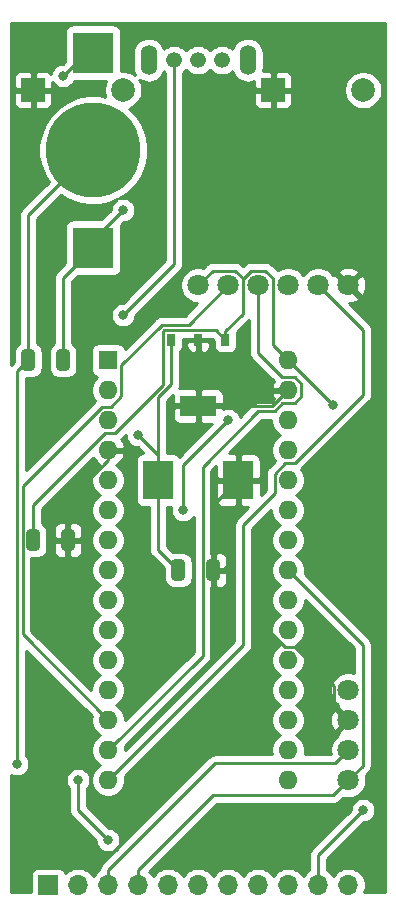
<source format=gbr>
%TF.GenerationSoftware,KiCad,Pcbnew,(6.0.4)*%
%TF.CreationDate,2022-04-23T15:23:27-04:00*%
%TF.ProjectId,smart penetrometer,736d6172-7420-4706-956e-6574726f6d65,rev?*%
%TF.SameCoordinates,Original*%
%TF.FileFunction,Copper,L2,Bot*%
%TF.FilePolarity,Positive*%
%FSLAX46Y46*%
G04 Gerber Fmt 4.6, Leading zero omitted, Abs format (unit mm)*
G04 Created by KiCad (PCBNEW (6.0.4)) date 2022-04-23 15:23:27*
%MOMM*%
%LPD*%
G01*
G04 APERTURE LIST*
G04 Aperture macros list*
%AMRoundRect*
0 Rectangle with rounded corners*
0 $1 Rounding radius*
0 $2 $3 $4 $5 $6 $7 $8 $9 X,Y pos of 4 corners*
0 Add a 4 corners polygon primitive as box body*
4,1,4,$2,$3,$4,$5,$6,$7,$8,$9,$2,$3,0*
0 Add four circle primitives for the rounded corners*
1,1,$1+$1,$2,$3*
1,1,$1+$1,$4,$5*
1,1,$1+$1,$6,$7*
1,1,$1+$1,$8,$9*
0 Add four rect primitives between the rounded corners*
20,1,$1+$1,$2,$3,$4,$5,0*
20,1,$1+$1,$4,$5,$6,$7,0*
20,1,$1+$1,$6,$7,$8,$9,0*
20,1,$1+$1,$8,$9,$2,$3,0*%
G04 Aperture macros list end*
%TA.AperFunction,ComponentPad*%
%ADD10O,1.700000X1.700000*%
%TD*%
%TA.AperFunction,ComponentPad*%
%ADD11R,1.700000X1.700000*%
%TD*%
%TA.AperFunction,ComponentPad*%
%ADD12R,2.000000X2.000000*%
%TD*%
%TA.AperFunction,ComponentPad*%
%ADD13C,2.000000*%
%TD*%
%TA.AperFunction,ComponentPad*%
%ADD14C,1.800000*%
%TD*%
%TA.AperFunction,ComponentPad*%
%ADD15O,1.424000X2.524000*%
%TD*%
%TA.AperFunction,ComponentPad*%
%ADD16C,1.324000*%
%TD*%
%TA.AperFunction,SMDPad,CuDef*%
%ADD17C,8.000000*%
%TD*%
%TA.AperFunction,SMDPad,CuDef*%
%ADD18R,3.500000X3.500000*%
%TD*%
%TA.AperFunction,SMDPad,CuDef*%
%ADD19R,3.025000X1.780000*%
%TD*%
%TA.AperFunction,SMDPad,CuDef*%
%ADD20R,0.710000X1.000000*%
%TD*%
%TA.AperFunction,SMDPad,CuDef*%
%ADD21R,2.500000X3.300000*%
%TD*%
%TA.AperFunction,SMDPad,CuDef*%
%ADD22RoundRect,0.250000X-0.325000X-0.650000X0.325000X-0.650000X0.325000X0.650000X-0.325000X0.650000X0*%
%TD*%
%TA.AperFunction,SMDPad,CuDef*%
%ADD23RoundRect,0.250000X0.325000X0.650000X-0.325000X0.650000X-0.325000X-0.650000X0.325000X-0.650000X0*%
%TD*%
%TA.AperFunction,ComponentPad*%
%ADD24O,1.600000X1.600000*%
%TD*%
%TA.AperFunction,ComponentPad*%
%ADD25R,1.600000X1.600000*%
%TD*%
%TA.AperFunction,ViaPad*%
%ADD26C,0.800000*%
%TD*%
%TA.AperFunction,Conductor*%
%ADD27C,0.250000*%
%TD*%
%TA.AperFunction,Conductor*%
%ADD28C,0.254000*%
%TD*%
G04 APERTURE END LIST*
D10*
%TO.P,J2,11*%
%TO.N,Net-(A2-Pad19)*%
X138430000Y-148590000D03*
%TO.P,J2,10*%
%TO.N,Net-(A1-Pad1)*%
X135890000Y-148590000D03*
%TO.P,J2,9*%
%TO.N,GNDREF*%
X133350000Y-148590000D03*
%TO.P,J2,8*%
X130810000Y-148590000D03*
%TO.P,J2,7*%
%TO.N,Net-(A1-Pad1)*%
X128270000Y-148590000D03*
%TO.P,J2,6*%
X125730000Y-148590000D03*
%TO.P,J2,5*%
%TO.N,Net-(A2-Pad5)*%
X123190000Y-148590000D03*
%TO.P,J2,4*%
%TO.N,Net-(A2-Pad23)*%
X120650000Y-148590000D03*
%TO.P,J2,3*%
%TO.N,Net-(A2-Pad24)*%
X118110000Y-148590000D03*
%TO.P,J2,2*%
%TO.N,Net-(J2-Pad2)*%
X115570000Y-148590000D03*
D11*
%TO.P,J2,1*%
%TO.N,Net-(J2-Pad1)*%
X113030000Y-148590000D03*
%TD*%
D12*
%TO.P,U7,2*%
%TO.N,GND*%
X111760000Y-81280000D03*
D13*
%TO.P,U7,1*%
%TO.N,VCC*%
X119380000Y-81280000D03*
%TD*%
D14*
%TO.P,U4,13*%
%TO.N,Net-(A1-Pad1)*%
X138430000Y-132080000D03*
%TO.P,U4,10*%
%TO.N,GND*%
X138430000Y-134620000D03*
%TO.P,U4,11*%
%TO.N,Net-(A2-Pad24)*%
X138430000Y-137160000D03*
%TO.P,U4,12*%
%TO.N,Net-(A2-Pad23)*%
X138430000Y-139700000D03*
%TD*%
D12*
%TO.P,U3,2*%
%TO.N,GND*%
X132080000Y-81280000D03*
D13*
%TO.P,U3,1*%
%TO.N,VCC*%
X139700000Y-81280000D03*
%TD*%
D15*
%TO.P,J1,5*%
%TO.N,N/C*%
X121539000Y-78740000D03*
%TO.P,J1,4*%
X129921000Y-78740000D03*
D16*
%TO.P,J1,3*%
%TO.N,Net-(C1-Pad1)*%
X123698000Y-78740000D03*
%TO.P,J1,2*%
%TO.N,Net-(D2-Pad1)*%
X125730000Y-78740000D03*
%TO.P,J1,1*%
%TO.N,Net-(J1-Pad1)*%
X127762000Y-78740000D03*
%TD*%
D17*
%TO.P,BT1,2*%
%TO.N,GNDS*%
X116840000Y-86360000D03*
D18*
%TO.P,BT1,1*%
%TO.N,Net-(BT1-Pad1)*%
X116840000Y-78105000D03*
X116840000Y-94615000D03*
%TD*%
D14*
%TO.P,A1,6*%
%TO.N,GND*%
X138430000Y-97790000D03*
%TO.P,A1,5*%
%TO.N,Net-(A1-Pad5)*%
X135890000Y-97790000D03*
%TO.P,A1,4*%
%TO.N,Net-(A1-Pad4)*%
X133350000Y-97790000D03*
%TO.P,A1,3*%
%TO.N,Net-(A1-Pad3)*%
X130810000Y-97790000D03*
%TO.P,A1,2*%
%TO.N,Net-(A1-Pad2)*%
X128270000Y-97790000D03*
%TO.P,A1,1*%
%TO.N,Net-(A1-Pad1)*%
X125730000Y-97790000D03*
%TD*%
D19*
%TO.P,U6,4*%
%TO.N,GND*%
X125730000Y-108015000D03*
D20*
%TO.P,U6,3*%
%TO.N,Net-(A1-Pad1)*%
X128030000Y-102415000D03*
%TO.P,U6,2*%
%TO.N,GND*%
X125730000Y-102415000D03*
%TO.P,U6,1*%
%TO.N,Net-(C1-Pad1)*%
X123430000Y-102415000D03*
%TD*%
D21*
%TO.P,D1,2*%
%TO.N,GND*%
X129130000Y-114300000D03*
%TO.P,D1,1*%
%TO.N,Net-(C1-Pad1)*%
X122330000Y-114300000D03*
%TD*%
D22*
%TO.P,C4,2*%
%TO.N,Net-(BT1-Pad1)*%
X114300000Y-104140000D03*
%TO.P,C4,1*%
%TO.N,GNDS*%
X111350000Y-104140000D03*
%TD*%
D23*
%TO.P,C2,2*%
%TO.N,Net-(A1-Pad1)*%
X111760000Y-119380000D03*
%TO.P,C2,1*%
%TO.N,GND*%
X114710000Y-119380000D03*
%TD*%
D22*
%TO.P,C1,2*%
%TO.N,GND*%
X127000000Y-121920000D03*
%TO.P,C1,1*%
%TO.N,Net-(C1-Pad1)*%
X124050000Y-121920000D03*
%TD*%
D24*
%TO.P,A2,16*%
%TO.N,Net-(A1-Pad4)*%
X133350000Y-139700000D03*
%TO.P,A2,15*%
%TO.N,Net-(A1-Pad5)*%
X118110000Y-139700000D03*
%TO.P,A2,30*%
%TO.N,Net-(A1-Pad1)*%
X133350000Y-104140000D03*
%TO.P,A2,14*%
%TO.N,Net-(A1-Pad3)*%
X118110000Y-137160000D03*
%TO.P,A2,29*%
%TO.N,GND*%
X133350000Y-106680000D03*
%TO.P,A2,13*%
%TO.N,Net-(A1-Pad2)*%
X118110000Y-134620000D03*
%TO.P,A2,28*%
%TO.N,Net-(A2-Pad28)*%
X133350000Y-109220000D03*
%TO.P,A2,12*%
%TO.N,Net-(A2-Pad12)*%
X118110000Y-132080000D03*
%TO.P,A2,27*%
%TO.N,Net-(A2-Pad27)*%
X133350000Y-111760000D03*
%TO.P,A2,11*%
%TO.N,Net-(A2-Pad11)*%
X118110000Y-129540000D03*
%TO.P,A2,26*%
%TO.N,Net-(A2-Pad26)*%
X133350000Y-114300000D03*
%TO.P,A2,10*%
%TO.N,Net-(A2-Pad10)*%
X118110000Y-127000000D03*
%TO.P,A2,25*%
%TO.N,Net-(A2-Pad25)*%
X133350000Y-116840000D03*
%TO.P,A2,9*%
%TO.N,Net-(A2-Pad9)*%
X118110000Y-124460000D03*
%TO.P,A2,24*%
%TO.N,Net-(A2-Pad24)*%
X133350000Y-119380000D03*
%TO.P,A2,8*%
%TO.N,Net-(A2-Pad8)*%
X118110000Y-121920000D03*
%TO.P,A2,23*%
%TO.N,Net-(A2-Pad23)*%
X133350000Y-121920000D03*
%TO.P,A2,7*%
%TO.N,Net-(A2-Pad7)*%
X118110000Y-119380000D03*
%TO.P,A2,22*%
%TO.N,Net-(A2-Pad22)*%
X133350000Y-124460000D03*
%TO.P,A2,6*%
%TO.N,Net-(A2-Pad6)*%
X118110000Y-116840000D03*
%TO.P,A2,21*%
%TO.N,Net-(A2-Pad21)*%
X133350000Y-127000000D03*
%TO.P,A2,5*%
%TO.N,Net-(A2-Pad5)*%
X118110000Y-114300000D03*
%TO.P,A2,20*%
%TO.N,Net-(A2-Pad20)*%
X133350000Y-129540000D03*
%TO.P,A2,4*%
%TO.N,GND*%
X118110000Y-111760000D03*
%TO.P,A2,19*%
%TO.N,Net-(A2-Pad19)*%
X133350000Y-132080000D03*
%TO.P,A2,3*%
%TO.N,Net-(A2-Pad3)*%
X118110000Y-109220000D03*
%TO.P,A2,18*%
%TO.N,Net-(A2-Pad18)*%
X133350000Y-134620000D03*
%TO.P,A2,2*%
%TO.N,Net-(A2-Pad2)*%
X118110000Y-106680000D03*
%TO.P,A2,17*%
%TO.N,Net-(A2-Pad17)*%
X133350000Y-137160000D03*
D25*
%TO.P,A2,1*%
%TO.N,Net-(A2-Pad1)*%
X118110000Y-104140000D03*
%TD*%
D26*
%TO.N,Net-(A1-Pad4)*%
X124460000Y-116840000D03*
X128270000Y-109220000D03*
%TO.N,Net-(A1-Pad1)*%
X137160000Y-107950000D03*
X139700000Y-142240000D03*
%TO.N,GND*%
X130810000Y-110490000D03*
X128270000Y-121920000D03*
X130810000Y-121920000D03*
%TO.N,Net-(A2-Pad5)*%
X118110000Y-144780000D03*
X115570000Y-139700000D03*
%TO.N,Net-(C1-Pad1)*%
X119380000Y-100330000D03*
X120650000Y-110490000D03*
%TO.N,Net-(BT1-Pad1)*%
X119380000Y-91440000D03*
X114300000Y-80065001D03*
%TO.N,GNDS*%
X110409980Y-138349980D03*
%TD*%
D27*
%TO.N,Net-(A1-Pad4)*%
X124460000Y-116840000D02*
X124460000Y-113030000D01*
X124460000Y-113030000D02*
X127000000Y-110490000D01*
X127000000Y-110490000D02*
X128270000Y-109220000D01*
X128270000Y-109220000D02*
X128270000Y-109220000D01*
%TO.N,Net-(A1-Pad5)*%
X139700000Y-101600000D02*
X135890000Y-97790000D01*
X139700000Y-107075002D02*
X139700000Y-101600000D01*
X133890001Y-112885001D02*
X139700000Y-107075002D01*
X133099997Y-112885001D02*
X133890001Y-112885001D01*
X132224999Y-113759999D02*
X133099997Y-112885001D01*
X132224999Y-115425001D02*
X132224999Y-113759999D01*
X129540000Y-118110000D02*
X132224999Y-115425001D01*
X129540000Y-128270000D02*
X129540000Y-118110000D01*
X118110000Y-139700000D02*
X129540000Y-128270000D01*
%TO.N,Net-(A1-Pad1)*%
X122814999Y-101589999D02*
X127204999Y-101589999D01*
X127204999Y-101589999D02*
X128030000Y-102415000D01*
X122749999Y-101654999D02*
X122814999Y-101589999D01*
X122749999Y-106245003D02*
X122749999Y-101654999D01*
X118650001Y-110345001D02*
X122749999Y-106245003D01*
X117859997Y-110345001D02*
X118650001Y-110345001D01*
X111760000Y-116444998D02*
X117859997Y-110345001D01*
X111760000Y-119380000D02*
X111760000Y-116444998D01*
X126955001Y-96564999D02*
X125730000Y-97790000D01*
X128858001Y-96564999D02*
X126955001Y-96564999D01*
X129495001Y-97201999D02*
X128858001Y-96564999D01*
X129495001Y-100199999D02*
X129495001Y-97201999D01*
X128030000Y-101665000D02*
X129495001Y-100199999D01*
X128030000Y-102415000D02*
X128030000Y-101665000D01*
X130221999Y-96564999D02*
X129540000Y-97246998D01*
X131398001Y-96564999D02*
X130221999Y-96564999D01*
X132035001Y-97201999D02*
X131398001Y-96564999D01*
X132035001Y-102825001D02*
X132035001Y-97201999D01*
X133350000Y-104140000D02*
X132035001Y-102825001D01*
X137160000Y-107950000D02*
X133350000Y-104140000D01*
X135890000Y-148590000D02*
X135890000Y-146050000D01*
X135890000Y-146050000D02*
X139700000Y-142240000D01*
X139700000Y-142240000D02*
X139700000Y-142240000D01*
%TO.N,Net-(A1-Pad3)*%
X132819991Y-105554999D02*
X130810000Y-103545008D01*
X134475001Y-107220001D02*
X134475001Y-106139999D01*
X133890001Y-105554999D02*
X132819991Y-105554999D01*
X133890001Y-107805001D02*
X134475001Y-107220001D01*
X132201401Y-108465009D02*
X132861409Y-107805001D01*
X134475001Y-106139999D02*
X133890001Y-105554999D01*
X132861409Y-107805001D02*
X133890001Y-107805001D01*
X130810000Y-108465010D02*
X132201401Y-108465009D01*
X130810000Y-103545008D02*
X130810000Y-97790000D01*
X126099990Y-113175020D02*
X130810000Y-108465010D01*
X126099990Y-129170010D02*
X126099990Y-113175020D01*
X118110000Y-137160000D02*
X126099990Y-129170010D01*
%TO.N,GND*%
X118110000Y-112634998D02*
X118110000Y-111760000D01*
X114710000Y-116034998D02*
X118110000Y-112634998D01*
X114710000Y-119380000D02*
X114710000Y-116034998D01*
X125730000Y-108015000D02*
X125730000Y-102415000D01*
X132015000Y-108015000D02*
X133350000Y-106680000D01*
X125730000Y-108015000D02*
X132015000Y-108015000D01*
X127000000Y-116430000D02*
X129130000Y-114300000D01*
X127000000Y-121920000D02*
X127000000Y-116430000D01*
X129130000Y-114300000D02*
X129130000Y-112170000D01*
X129130000Y-112170000D02*
X130810000Y-110490000D01*
X130810000Y-110490000D02*
X130810000Y-110490000D01*
X127000000Y-121920000D02*
X128270000Y-121920000D01*
X128270000Y-121920000D02*
X128270000Y-121920000D01*
X137204999Y-133394999D02*
X138430000Y-134620000D01*
X137204999Y-131729997D02*
X137204999Y-133394999D01*
X133890001Y-128414999D02*
X137204999Y-131729997D01*
X133099997Y-128414999D02*
X133890001Y-128414999D01*
X130810000Y-126125002D02*
X133099997Y-128414999D01*
X130810000Y-121920000D02*
X130810000Y-126125002D01*
%TO.N,Net-(A1-Pad2)*%
X110859990Y-114805008D02*
X110859990Y-127369990D01*
X117569999Y-108094999D02*
X110859990Y-114805008D01*
X119235001Y-107220001D02*
X118360003Y-108094999D01*
X110859990Y-127369990D02*
X118110000Y-134620000D01*
X119235001Y-104533587D02*
X119235001Y-107220001D01*
X118360003Y-108094999D02*
X117569999Y-108094999D01*
X122628598Y-101139990D02*
X119235001Y-104533587D01*
X124920010Y-101139990D02*
X122628598Y-101139990D01*
X128270000Y-97790000D02*
X124920010Y-101139990D01*
%TO.N,Net-(A2-Pad24)*%
X137304999Y-138285001D02*
X138430000Y-137160000D01*
X127144999Y-138285001D02*
X137304999Y-138285001D01*
X118110000Y-147320000D02*
X127144999Y-138285001D01*
X118110000Y-148590000D02*
X118110000Y-147320000D01*
%TO.N,Net-(A2-Pad23)*%
X137160000Y-140970000D02*
X138430000Y-139700000D01*
X127000000Y-140970000D02*
X137160000Y-140970000D01*
X120650000Y-147320000D02*
X127000000Y-140970000D01*
X139655001Y-138474999D02*
X138430000Y-139700000D01*
X139655001Y-128225001D02*
X139655001Y-138474999D01*
X133350000Y-121920000D02*
X139655001Y-128225001D01*
X120650000Y-147320000D02*
X120650000Y-148590000D01*
%TO.N,Net-(A2-Pad5)*%
X115570000Y-142240000D02*
X118110000Y-144780000D01*
X115570000Y-139700000D02*
X115570000Y-142240000D01*
%TO.N,Net-(C1-Pad1)*%
X123430000Y-106201412D02*
X123430000Y-102415000D01*
X122330000Y-107301412D02*
X123430000Y-106201412D01*
X122330000Y-120200000D02*
X124050000Y-121920000D01*
X122330000Y-114300000D02*
X122330000Y-120200000D01*
X123698000Y-78740000D02*
X123698000Y-96012000D01*
X123698000Y-96012000D02*
X119380000Y-100330000D01*
X119380000Y-100330000D02*
X119380000Y-100330000D01*
X122330000Y-112170000D02*
X122330000Y-112620000D01*
X120650000Y-110490000D02*
X122330000Y-112170000D01*
X122330000Y-112620000D02*
X122330000Y-107301412D01*
X122330000Y-114300000D02*
X122330000Y-112620000D01*
%TO.N,Net-(BT1-Pad1)*%
X114300000Y-97155000D02*
X116840000Y-94615000D01*
X114300000Y-104140000D02*
X114300000Y-97155000D01*
X116840000Y-94615000D02*
X116840000Y-93980000D01*
X116840000Y-93980000D02*
X119380000Y-91440000D01*
X119380000Y-91440000D02*
X119380000Y-91440000D01*
X116260001Y-78105000D02*
X114300000Y-80065001D01*
X116840000Y-78105000D02*
X116260001Y-78105000D01*
%TO.N,GNDS*%
X111350000Y-91850000D02*
X111350000Y-104140000D01*
X116840000Y-86360000D02*
X111350000Y-91850000D01*
X110409980Y-105080020D02*
X110409980Y-138349980D01*
X111350000Y-104140000D02*
X110409980Y-105080020D01*
X110409980Y-138349980D02*
X110409980Y-138349980D01*
%TD*%
%TO.N,GND*%
D28*
X131915000Y-116981335D02*
X131970147Y-117258574D01*
X132078320Y-117519727D01*
X132235363Y-117754759D01*
X132435241Y-117954637D01*
X132667759Y-118110000D01*
X132435241Y-118265363D01*
X132235363Y-118465241D01*
X132078320Y-118700273D01*
X131970147Y-118961426D01*
X131915000Y-119238665D01*
X131915000Y-119521335D01*
X131970147Y-119798574D01*
X132078320Y-120059727D01*
X132235363Y-120294759D01*
X132435241Y-120494637D01*
X132667759Y-120650000D01*
X132435241Y-120805363D01*
X132235363Y-121005241D01*
X132078320Y-121240273D01*
X131970147Y-121501426D01*
X131915000Y-121778665D01*
X131915000Y-122061335D01*
X131970147Y-122338574D01*
X132078320Y-122599727D01*
X132235363Y-122834759D01*
X132435241Y-123034637D01*
X132667759Y-123190000D01*
X132435241Y-123345363D01*
X132235363Y-123545241D01*
X132078320Y-123780273D01*
X131970147Y-124041426D01*
X131915000Y-124318665D01*
X131915000Y-124601335D01*
X131970147Y-124878574D01*
X132078320Y-125139727D01*
X132235363Y-125374759D01*
X132435241Y-125574637D01*
X132667759Y-125730000D01*
X132435241Y-125885363D01*
X132235363Y-126085241D01*
X132078320Y-126320273D01*
X131970147Y-126581426D01*
X131915000Y-126858665D01*
X131915000Y-127141335D01*
X131970147Y-127418574D01*
X132078320Y-127679727D01*
X132235363Y-127914759D01*
X132435241Y-128114637D01*
X132667759Y-128270000D01*
X132435241Y-128425363D01*
X132235363Y-128625241D01*
X132078320Y-128860273D01*
X131970147Y-129121426D01*
X131915000Y-129398665D01*
X131915000Y-129681335D01*
X131970147Y-129958574D01*
X132078320Y-130219727D01*
X132235363Y-130454759D01*
X132435241Y-130654637D01*
X132667759Y-130810000D01*
X132435241Y-130965363D01*
X132235363Y-131165241D01*
X132078320Y-131400273D01*
X131970147Y-131661426D01*
X131915000Y-131938665D01*
X131915000Y-132221335D01*
X131970147Y-132498574D01*
X132078320Y-132759727D01*
X132235363Y-132994759D01*
X132435241Y-133194637D01*
X132667759Y-133350000D01*
X132435241Y-133505363D01*
X132235363Y-133705241D01*
X132078320Y-133940273D01*
X131970147Y-134201426D01*
X131915000Y-134478665D01*
X131915000Y-134761335D01*
X131970147Y-135038574D01*
X132078320Y-135299727D01*
X132235363Y-135534759D01*
X132435241Y-135734637D01*
X132667759Y-135890000D01*
X132435241Y-136045363D01*
X132235363Y-136245241D01*
X132078320Y-136480273D01*
X131970147Y-136741426D01*
X131915000Y-137018665D01*
X131915000Y-137301335D01*
X131959491Y-137525001D01*
X127182321Y-137525001D01*
X127144998Y-137521325D01*
X127107675Y-137525001D01*
X127107666Y-137525001D01*
X126996013Y-137535998D01*
X126855656Y-137578574D01*
X126852752Y-137579455D01*
X126720722Y-137650027D01*
X126641546Y-137715006D01*
X126604998Y-137745000D01*
X126581200Y-137773998D01*
X117598998Y-146756201D01*
X117570000Y-146779999D01*
X117546202Y-146808997D01*
X117546201Y-146808998D01*
X117475026Y-146895724D01*
X117404454Y-147027754D01*
X117381023Y-147105000D01*
X117367222Y-147150498D01*
X117360998Y-147171015D01*
X117346927Y-147313875D01*
X117163368Y-147436525D01*
X116956525Y-147643368D01*
X116840000Y-147817760D01*
X116723475Y-147643368D01*
X116516632Y-147436525D01*
X116273411Y-147274010D01*
X116003158Y-147162068D01*
X115716260Y-147105000D01*
X115423740Y-147105000D01*
X115136842Y-147162068D01*
X114866589Y-147274010D01*
X114623368Y-147436525D01*
X114491513Y-147568380D01*
X114469502Y-147495820D01*
X114410537Y-147385506D01*
X114331185Y-147288815D01*
X114234494Y-147209463D01*
X114124180Y-147150498D01*
X114004482Y-147114188D01*
X113880000Y-147101928D01*
X112180000Y-147101928D01*
X112055518Y-147114188D01*
X111935820Y-147150498D01*
X111825506Y-147209463D01*
X111728815Y-147288815D01*
X111649463Y-147385506D01*
X111590498Y-147495820D01*
X111554188Y-147615518D01*
X111541928Y-147740000D01*
X111541928Y-149200000D01*
X109880000Y-149200000D01*
X109880000Y-139598061D01*
X114535000Y-139598061D01*
X114535000Y-139801939D01*
X114574774Y-140001898D01*
X114652795Y-140190256D01*
X114766063Y-140359774D01*
X114810000Y-140403711D01*
X114810001Y-142202668D01*
X114806324Y-142240000D01*
X114820998Y-142388985D01*
X114864454Y-142532246D01*
X114935026Y-142664276D01*
X114989175Y-142730256D01*
X115030000Y-142780001D01*
X115058998Y-142803799D01*
X117075000Y-144819803D01*
X117075000Y-144881939D01*
X117114774Y-145081898D01*
X117192795Y-145270256D01*
X117306063Y-145439774D01*
X117450226Y-145583937D01*
X117619744Y-145697205D01*
X117808102Y-145775226D01*
X118008061Y-145815000D01*
X118211939Y-145815000D01*
X118411898Y-145775226D01*
X118600256Y-145697205D01*
X118769774Y-145583937D01*
X118913937Y-145439774D01*
X119027205Y-145270256D01*
X119105226Y-145081898D01*
X119145000Y-144881939D01*
X119145000Y-144678061D01*
X119105226Y-144478102D01*
X119027205Y-144289744D01*
X118913937Y-144120226D01*
X118769774Y-143976063D01*
X118600256Y-143862795D01*
X118411898Y-143784774D01*
X118211939Y-143745000D01*
X118149803Y-143745000D01*
X116330000Y-141925199D01*
X116330000Y-140403711D01*
X116373937Y-140359774D01*
X116487205Y-140190256D01*
X116565226Y-140001898D01*
X116605000Y-139801939D01*
X116605000Y-139598061D01*
X116565226Y-139398102D01*
X116487205Y-139209744D01*
X116373937Y-139040226D01*
X116229774Y-138896063D01*
X116060256Y-138782795D01*
X115871898Y-138704774D01*
X115671939Y-138665000D01*
X115468061Y-138665000D01*
X115268102Y-138704774D01*
X115079744Y-138782795D01*
X114910226Y-138896063D01*
X114766063Y-139040226D01*
X114652795Y-139209744D01*
X114574774Y-139398102D01*
X114535000Y-139598061D01*
X109880000Y-139598061D01*
X109880000Y-139240642D01*
X109919724Y-139267185D01*
X110108082Y-139345206D01*
X110308041Y-139384980D01*
X110511919Y-139384980D01*
X110711878Y-139345206D01*
X110900236Y-139267185D01*
X111069754Y-139153917D01*
X111213917Y-139009754D01*
X111327185Y-138840236D01*
X111405206Y-138651878D01*
X111444980Y-138451919D01*
X111444980Y-138248041D01*
X111405206Y-138048082D01*
X111327185Y-137859724D01*
X111213917Y-137690206D01*
X111169980Y-137646269D01*
X111169980Y-128754781D01*
X116711312Y-134296115D01*
X116675000Y-134478665D01*
X116675000Y-134761335D01*
X116730147Y-135038574D01*
X116838320Y-135299727D01*
X116995363Y-135534759D01*
X117195241Y-135734637D01*
X117427759Y-135890000D01*
X117195241Y-136045363D01*
X116995363Y-136245241D01*
X116838320Y-136480273D01*
X116730147Y-136741426D01*
X116675000Y-137018665D01*
X116675000Y-137301335D01*
X116730147Y-137578574D01*
X116838320Y-137839727D01*
X116995363Y-138074759D01*
X117195241Y-138274637D01*
X117427759Y-138430000D01*
X117195241Y-138585363D01*
X116995363Y-138785241D01*
X116838320Y-139020273D01*
X116730147Y-139281426D01*
X116675000Y-139558665D01*
X116675000Y-139841335D01*
X116730147Y-140118574D01*
X116838320Y-140379727D01*
X116995363Y-140614759D01*
X117195241Y-140814637D01*
X117430273Y-140971680D01*
X117691426Y-141079853D01*
X117968665Y-141135000D01*
X118251335Y-141135000D01*
X118528574Y-141079853D01*
X118789727Y-140971680D01*
X119024759Y-140814637D01*
X119224637Y-140614759D01*
X119381680Y-140379727D01*
X119489853Y-140118574D01*
X119545000Y-139841335D01*
X119545000Y-139558665D01*
X119508688Y-139376113D01*
X130051004Y-128833798D01*
X130080001Y-128810001D01*
X130132743Y-128745735D01*
X130174974Y-128694277D01*
X130245546Y-128562247D01*
X130259196Y-128517247D01*
X130289003Y-128418986D01*
X130300000Y-128307333D01*
X130300000Y-128307323D01*
X130303676Y-128270001D01*
X130300000Y-128232678D01*
X130300000Y-118424801D01*
X131915000Y-116809802D01*
X131915000Y-116981335D01*
X131915000Y-116981335D02*
X131915000Y-116809802D01*
%TA.AperFunction,Conductor*%
G36*
X131915000Y-116981335D02*
G01*
X131970147Y-117258574D01*
X132078320Y-117519727D01*
X132235363Y-117754759D01*
X132435241Y-117954637D01*
X132667759Y-118110000D01*
X132435241Y-118265363D01*
X132235363Y-118465241D01*
X132078320Y-118700273D01*
X131970147Y-118961426D01*
X131915000Y-119238665D01*
X131915000Y-119521335D01*
X131970147Y-119798574D01*
X132078320Y-120059727D01*
X132235363Y-120294759D01*
X132435241Y-120494637D01*
X132667759Y-120650000D01*
X132435241Y-120805363D01*
X132235363Y-121005241D01*
X132078320Y-121240273D01*
X131970147Y-121501426D01*
X131915000Y-121778665D01*
X131915000Y-122061335D01*
X131970147Y-122338574D01*
X132078320Y-122599727D01*
X132235363Y-122834759D01*
X132435241Y-123034637D01*
X132667759Y-123190000D01*
X132435241Y-123345363D01*
X132235363Y-123545241D01*
X132078320Y-123780273D01*
X131970147Y-124041426D01*
X131915000Y-124318665D01*
X131915000Y-124601335D01*
X131970147Y-124878574D01*
X132078320Y-125139727D01*
X132235363Y-125374759D01*
X132435241Y-125574637D01*
X132667759Y-125730000D01*
X132435241Y-125885363D01*
X132235363Y-126085241D01*
X132078320Y-126320273D01*
X131970147Y-126581426D01*
X131915000Y-126858665D01*
X131915000Y-127141335D01*
X131970147Y-127418574D01*
X132078320Y-127679727D01*
X132235363Y-127914759D01*
X132435241Y-128114637D01*
X132667759Y-128270000D01*
X132435241Y-128425363D01*
X132235363Y-128625241D01*
X132078320Y-128860273D01*
X131970147Y-129121426D01*
X131915000Y-129398665D01*
X131915000Y-129681335D01*
X131970147Y-129958574D01*
X132078320Y-130219727D01*
X132235363Y-130454759D01*
X132435241Y-130654637D01*
X132667759Y-130810000D01*
X132435241Y-130965363D01*
X132235363Y-131165241D01*
X132078320Y-131400273D01*
X131970147Y-131661426D01*
X131915000Y-131938665D01*
X131915000Y-132221335D01*
X131970147Y-132498574D01*
X132078320Y-132759727D01*
X132235363Y-132994759D01*
X132435241Y-133194637D01*
X132667759Y-133350000D01*
X132435241Y-133505363D01*
X132235363Y-133705241D01*
X132078320Y-133940273D01*
X131970147Y-134201426D01*
X131915000Y-134478665D01*
X131915000Y-134761335D01*
X131970147Y-135038574D01*
X132078320Y-135299727D01*
X132235363Y-135534759D01*
X132435241Y-135734637D01*
X132667759Y-135890000D01*
X132435241Y-136045363D01*
X132235363Y-136245241D01*
X132078320Y-136480273D01*
X131970147Y-136741426D01*
X131915000Y-137018665D01*
X131915000Y-137301335D01*
X131959491Y-137525001D01*
X127182321Y-137525001D01*
X127144998Y-137521325D01*
X127107675Y-137525001D01*
X127107666Y-137525001D01*
X126996013Y-137535998D01*
X126855656Y-137578574D01*
X126852752Y-137579455D01*
X126720722Y-137650027D01*
X126641546Y-137715006D01*
X126604998Y-137745000D01*
X126581200Y-137773998D01*
X117598998Y-146756201D01*
X117570000Y-146779999D01*
X117546202Y-146808997D01*
X117546201Y-146808998D01*
X117475026Y-146895724D01*
X117404454Y-147027754D01*
X117381023Y-147105000D01*
X117367222Y-147150498D01*
X117360998Y-147171015D01*
X117346927Y-147313875D01*
X117163368Y-147436525D01*
X116956525Y-147643368D01*
X116840000Y-147817760D01*
X116723475Y-147643368D01*
X116516632Y-147436525D01*
X116273411Y-147274010D01*
X116003158Y-147162068D01*
X115716260Y-147105000D01*
X115423740Y-147105000D01*
X115136842Y-147162068D01*
X114866589Y-147274010D01*
X114623368Y-147436525D01*
X114491513Y-147568380D01*
X114469502Y-147495820D01*
X114410537Y-147385506D01*
X114331185Y-147288815D01*
X114234494Y-147209463D01*
X114124180Y-147150498D01*
X114004482Y-147114188D01*
X113880000Y-147101928D01*
X112180000Y-147101928D01*
X112055518Y-147114188D01*
X111935820Y-147150498D01*
X111825506Y-147209463D01*
X111728815Y-147288815D01*
X111649463Y-147385506D01*
X111590498Y-147495820D01*
X111554188Y-147615518D01*
X111541928Y-147740000D01*
X111541928Y-149200000D01*
X109880000Y-149200000D01*
X109880000Y-139598061D01*
X114535000Y-139598061D01*
X114535000Y-139801939D01*
X114574774Y-140001898D01*
X114652795Y-140190256D01*
X114766063Y-140359774D01*
X114810000Y-140403711D01*
X114810001Y-142202668D01*
X114806324Y-142240000D01*
X114820998Y-142388985D01*
X114864454Y-142532246D01*
X114935026Y-142664276D01*
X114989175Y-142730256D01*
X115030000Y-142780001D01*
X115058998Y-142803799D01*
X117075000Y-144819803D01*
X117075000Y-144881939D01*
X117114774Y-145081898D01*
X117192795Y-145270256D01*
X117306063Y-145439774D01*
X117450226Y-145583937D01*
X117619744Y-145697205D01*
X117808102Y-145775226D01*
X118008061Y-145815000D01*
X118211939Y-145815000D01*
X118411898Y-145775226D01*
X118600256Y-145697205D01*
X118769774Y-145583937D01*
X118913937Y-145439774D01*
X119027205Y-145270256D01*
X119105226Y-145081898D01*
X119145000Y-144881939D01*
X119145000Y-144678061D01*
X119105226Y-144478102D01*
X119027205Y-144289744D01*
X118913937Y-144120226D01*
X118769774Y-143976063D01*
X118600256Y-143862795D01*
X118411898Y-143784774D01*
X118211939Y-143745000D01*
X118149803Y-143745000D01*
X116330000Y-141925199D01*
X116330000Y-140403711D01*
X116373937Y-140359774D01*
X116487205Y-140190256D01*
X116565226Y-140001898D01*
X116605000Y-139801939D01*
X116605000Y-139598061D01*
X116565226Y-139398102D01*
X116487205Y-139209744D01*
X116373937Y-139040226D01*
X116229774Y-138896063D01*
X116060256Y-138782795D01*
X115871898Y-138704774D01*
X115671939Y-138665000D01*
X115468061Y-138665000D01*
X115268102Y-138704774D01*
X115079744Y-138782795D01*
X114910226Y-138896063D01*
X114766063Y-139040226D01*
X114652795Y-139209744D01*
X114574774Y-139398102D01*
X114535000Y-139598061D01*
X109880000Y-139598061D01*
X109880000Y-139240642D01*
X109919724Y-139267185D01*
X110108082Y-139345206D01*
X110308041Y-139384980D01*
X110511919Y-139384980D01*
X110711878Y-139345206D01*
X110900236Y-139267185D01*
X111069754Y-139153917D01*
X111213917Y-139009754D01*
X111327185Y-138840236D01*
X111405206Y-138651878D01*
X111444980Y-138451919D01*
X111444980Y-138248041D01*
X111405206Y-138048082D01*
X111327185Y-137859724D01*
X111213917Y-137690206D01*
X111169980Y-137646269D01*
X111169980Y-128754781D01*
X116711312Y-134296115D01*
X116675000Y-134478665D01*
X116675000Y-134761335D01*
X116730147Y-135038574D01*
X116838320Y-135299727D01*
X116995363Y-135534759D01*
X117195241Y-135734637D01*
X117427759Y-135890000D01*
X117195241Y-136045363D01*
X116995363Y-136245241D01*
X116838320Y-136480273D01*
X116730147Y-136741426D01*
X116675000Y-137018665D01*
X116675000Y-137301335D01*
X116730147Y-137578574D01*
X116838320Y-137839727D01*
X116995363Y-138074759D01*
X117195241Y-138274637D01*
X117427759Y-138430000D01*
X117195241Y-138585363D01*
X116995363Y-138785241D01*
X116838320Y-139020273D01*
X116730147Y-139281426D01*
X116675000Y-139558665D01*
X116675000Y-139841335D01*
X116730147Y-140118574D01*
X116838320Y-140379727D01*
X116995363Y-140614759D01*
X117195241Y-140814637D01*
X117430273Y-140971680D01*
X117691426Y-141079853D01*
X117968665Y-141135000D01*
X118251335Y-141135000D01*
X118528574Y-141079853D01*
X118789727Y-140971680D01*
X119024759Y-140814637D01*
X119224637Y-140614759D01*
X119381680Y-140379727D01*
X119489853Y-140118574D01*
X119545000Y-139841335D01*
X119545000Y-139558665D01*
X119508688Y-139376113D01*
X130051004Y-128833798D01*
X130080001Y-128810001D01*
X130132743Y-128745735D01*
X130174974Y-128694277D01*
X130245546Y-128562247D01*
X130259196Y-128517247D01*
X130289003Y-128418986D01*
X130300000Y-128307333D01*
X130300000Y-128307323D01*
X130303676Y-128270001D01*
X130300000Y-128232678D01*
X130300000Y-118424801D01*
X131915000Y-116809802D01*
X131915000Y-116981335D01*
G37*
%TD.AperFunction*%
X141580001Y-149200000D02*
X139784682Y-149200000D01*
X139857932Y-149023158D01*
X139915000Y-148736260D01*
X139915000Y-148443740D01*
X139857932Y-148156842D01*
X139745990Y-147886589D01*
X139583475Y-147643368D01*
X139376632Y-147436525D01*
X139133411Y-147274010D01*
X138863158Y-147162068D01*
X138576260Y-147105000D01*
X138283740Y-147105000D01*
X137996842Y-147162068D01*
X137726589Y-147274010D01*
X137483368Y-147436525D01*
X137276525Y-147643368D01*
X137160000Y-147817760D01*
X137043475Y-147643368D01*
X136836632Y-147436525D01*
X136650000Y-147311822D01*
X136650000Y-146364801D01*
X139739802Y-143275000D01*
X139801939Y-143275000D01*
X140001898Y-143235226D01*
X140190256Y-143157205D01*
X140359774Y-143043937D01*
X140503937Y-142899774D01*
X140617205Y-142730256D01*
X140695226Y-142541898D01*
X140735000Y-142341939D01*
X140735000Y-142138061D01*
X140695226Y-141938102D01*
X140617205Y-141749744D01*
X140503937Y-141580226D01*
X140359774Y-141436063D01*
X140190256Y-141322795D01*
X140001898Y-141244774D01*
X139801939Y-141205000D01*
X139598061Y-141205000D01*
X139398102Y-141244774D01*
X139209744Y-141322795D01*
X139040226Y-141436063D01*
X138896063Y-141580226D01*
X138782795Y-141749744D01*
X138704774Y-141938102D01*
X138665000Y-142138061D01*
X138665000Y-142200198D01*
X135378998Y-145486201D01*
X135350000Y-145509999D01*
X135326202Y-145538997D01*
X135326201Y-145538998D01*
X135255026Y-145625724D01*
X135184454Y-145757754D01*
X135140998Y-145901015D01*
X135126324Y-146050000D01*
X135130001Y-146087332D01*
X135130001Y-147311821D01*
X134943368Y-147436525D01*
X134736525Y-147643368D01*
X134620000Y-147817760D01*
X134503475Y-147643368D01*
X134296632Y-147436525D01*
X134053411Y-147274010D01*
X133783158Y-147162068D01*
X133496260Y-147105000D01*
X133203740Y-147105000D01*
X132916842Y-147162068D01*
X132646589Y-147274010D01*
X132403368Y-147436525D01*
X132196525Y-147643368D01*
X132080000Y-147817760D01*
X131963475Y-147643368D01*
X131756632Y-147436525D01*
X131513411Y-147274010D01*
X131243158Y-147162068D01*
X130956260Y-147105000D01*
X130663740Y-147105000D01*
X130376842Y-147162068D01*
X130106589Y-147274010D01*
X129863368Y-147436525D01*
X129656525Y-147643368D01*
X129540000Y-147817760D01*
X129423475Y-147643368D01*
X129216632Y-147436525D01*
X128973411Y-147274010D01*
X128703158Y-147162068D01*
X128416260Y-147105000D01*
X128123740Y-147105000D01*
X127836842Y-147162068D01*
X127566589Y-147274010D01*
X127323368Y-147436525D01*
X127116525Y-147643368D01*
X127000000Y-147817760D01*
X126883475Y-147643368D01*
X126676632Y-147436525D01*
X126433411Y-147274010D01*
X126163158Y-147162068D01*
X125876260Y-147105000D01*
X125583740Y-147105000D01*
X125296842Y-147162068D01*
X125026589Y-147274010D01*
X124783368Y-147436525D01*
X124576525Y-147643368D01*
X124460000Y-147817760D01*
X124343475Y-147643368D01*
X124136632Y-147436525D01*
X123893411Y-147274010D01*
X123623158Y-147162068D01*
X123336260Y-147105000D01*
X123043740Y-147105000D01*
X122756842Y-147162068D01*
X122486589Y-147274010D01*
X122243368Y-147436525D01*
X122036525Y-147643368D01*
X121920000Y-147817760D01*
X121803475Y-147643368D01*
X121602454Y-147442347D01*
X127314802Y-141730000D01*
X137122678Y-141730000D01*
X137160000Y-141733676D01*
X137197322Y-141730000D01*
X137197333Y-141730000D01*
X137308986Y-141719003D01*
X137452247Y-141675546D01*
X137584276Y-141604974D01*
X137700001Y-141510001D01*
X137723804Y-141480997D01*
X138021070Y-141183731D01*
X138278816Y-141235000D01*
X138581184Y-141235000D01*
X138877743Y-141176011D01*
X139157095Y-141060299D01*
X139408505Y-140892312D01*
X139622312Y-140678505D01*
X139790299Y-140427095D01*
X139906011Y-140147743D01*
X139965000Y-139851184D01*
X139965000Y-139548816D01*
X139913731Y-139291070D01*
X140166004Y-139038798D01*
X140195002Y-139015000D01*
X140221333Y-138982916D01*
X140289975Y-138899276D01*
X140360547Y-138767246D01*
X140391562Y-138665000D01*
X140404004Y-138623985D01*
X140415001Y-138512332D01*
X140415001Y-138512323D01*
X140418677Y-138475000D01*
X140415001Y-138437677D01*
X140415001Y-128262324D01*
X140418677Y-128225001D01*
X140415001Y-128187678D01*
X140415001Y-128187668D01*
X140404004Y-128076015D01*
X140360547Y-127932754D01*
X140289976Y-127800726D01*
X140289975Y-127800724D01*
X140218800Y-127713998D01*
X140195002Y-127685000D01*
X140166005Y-127661203D01*
X134748688Y-122243887D01*
X134785000Y-122061335D01*
X134785000Y-121778665D01*
X134729853Y-121501426D01*
X134621680Y-121240273D01*
X134464637Y-121005241D01*
X134264759Y-120805363D01*
X134032241Y-120650000D01*
X134264759Y-120494637D01*
X134464637Y-120294759D01*
X134621680Y-120059727D01*
X134729853Y-119798574D01*
X134785000Y-119521335D01*
X134785000Y-119238665D01*
X134729853Y-118961426D01*
X134621680Y-118700273D01*
X134464637Y-118465241D01*
X134264759Y-118265363D01*
X134032241Y-118110000D01*
X134264759Y-117954637D01*
X134464637Y-117754759D01*
X134621680Y-117519727D01*
X134729853Y-117258574D01*
X134785000Y-116981335D01*
X134785000Y-116698665D01*
X134729853Y-116421426D01*
X134621680Y-116160273D01*
X134464637Y-115925241D01*
X134264759Y-115725363D01*
X134032241Y-115570000D01*
X134264759Y-115414637D01*
X134464637Y-115214759D01*
X134621680Y-114979727D01*
X134729853Y-114718574D01*
X134785000Y-114441335D01*
X134785000Y-114158665D01*
X134729853Y-113881426D01*
X134621680Y-113620273D01*
X134464637Y-113385241D01*
X134464600Y-113385204D01*
X140211009Y-107638796D01*
X140240001Y-107615003D01*
X140263795Y-107586010D01*
X140263799Y-107586006D01*
X140334973Y-107499279D01*
X140334974Y-107499278D01*
X140405546Y-107367249D01*
X140449003Y-107223988D01*
X140460000Y-107112335D01*
X140460000Y-107112326D01*
X140463676Y-107075003D01*
X140460000Y-107037680D01*
X140460000Y-101637325D01*
X140463676Y-101600000D01*
X140460000Y-101562675D01*
X140460000Y-101562667D01*
X140449003Y-101451014D01*
X140405546Y-101307753D01*
X140334974Y-101175724D01*
X140240001Y-101059999D01*
X140211003Y-101036201D01*
X138504642Y-99329840D01*
X138795907Y-99288397D01*
X139081199Y-99188222D01*
X139230792Y-99108261D01*
X139314475Y-98854080D01*
X138430000Y-97969605D01*
X138415858Y-97983748D01*
X138236253Y-97804143D01*
X138250395Y-97790000D01*
X138609605Y-97790000D01*
X139494080Y-98674475D01*
X139748261Y-98590792D01*
X139879158Y-98318225D01*
X139954365Y-98025358D01*
X139970991Y-97723447D01*
X139928397Y-97424093D01*
X139828222Y-97138801D01*
X139748261Y-96989208D01*
X139494080Y-96905525D01*
X138609605Y-97790000D01*
X138250395Y-97790000D01*
X137365920Y-96905525D01*
X137184951Y-96965105D01*
X137082312Y-96811495D01*
X136996737Y-96725920D01*
X137545525Y-96725920D01*
X138430000Y-97610395D01*
X139314475Y-96725920D01*
X139230792Y-96471739D01*
X138958225Y-96340842D01*
X138665358Y-96265635D01*
X138363447Y-96249009D01*
X138064093Y-96291603D01*
X137778801Y-96391778D01*
X137629208Y-96471739D01*
X137545525Y-96725920D01*
X136996737Y-96725920D01*
X136868505Y-96597688D01*
X136617095Y-96429701D01*
X136337743Y-96313989D01*
X136041184Y-96255000D01*
X135738816Y-96255000D01*
X135442257Y-96313989D01*
X135162905Y-96429701D01*
X134911495Y-96597688D01*
X134697688Y-96811495D01*
X134620000Y-96927763D01*
X134542312Y-96811495D01*
X134328505Y-96597688D01*
X134077095Y-96429701D01*
X133797743Y-96313989D01*
X133501184Y-96255000D01*
X133198816Y-96255000D01*
X132902257Y-96313989D01*
X132622905Y-96429701D01*
X132451820Y-96544016D01*
X131961804Y-96054001D01*
X131938002Y-96024998D01*
X131822277Y-95930025D01*
X131690248Y-95859453D01*
X131546987Y-95815996D01*
X131435334Y-95804999D01*
X131435323Y-95804999D01*
X131398001Y-95801323D01*
X131360679Y-95804999D01*
X130259321Y-95804999D01*
X130221998Y-95801323D01*
X130184675Y-95804999D01*
X130184666Y-95804999D01*
X130073013Y-95815996D01*
X129929752Y-95859453D01*
X129797723Y-95930025D01*
X129681998Y-96024998D01*
X129658200Y-96053997D01*
X129540000Y-96172196D01*
X129421804Y-96054001D01*
X129398002Y-96024998D01*
X129282277Y-95930025D01*
X129150248Y-95859453D01*
X129006987Y-95815996D01*
X128895334Y-95804999D01*
X128895323Y-95804999D01*
X128858001Y-95801323D01*
X128820679Y-95804999D01*
X126992323Y-95804999D01*
X126955000Y-95801323D01*
X126917677Y-95804999D01*
X126917668Y-95804999D01*
X126806015Y-95815996D01*
X126662754Y-95859453D01*
X126530724Y-95930025D01*
X126447084Y-95998667D01*
X126415000Y-96024998D01*
X126391202Y-96053996D01*
X126138930Y-96306269D01*
X125881184Y-96255000D01*
X125578816Y-96255000D01*
X125282257Y-96313989D01*
X125002905Y-96429701D01*
X124751495Y-96597688D01*
X124537688Y-96811495D01*
X124369701Y-97062905D01*
X124253989Y-97342257D01*
X124195000Y-97638816D01*
X124195000Y-97941184D01*
X124253989Y-98237743D01*
X124369701Y-98517095D01*
X124537688Y-98768505D01*
X124751495Y-98982312D01*
X125002905Y-99150299D01*
X125282257Y-99266011D01*
X125578816Y-99325000D01*
X125660199Y-99325000D01*
X124605209Y-100379990D01*
X122665921Y-100379990D01*
X122628598Y-100376314D01*
X122591275Y-100379990D01*
X122591265Y-100379990D01*
X122479612Y-100390987D01*
X122344609Y-100431939D01*
X122336351Y-100434444D01*
X122204321Y-100505016D01*
X122120681Y-100573658D01*
X122088597Y-100599989D01*
X122064799Y-100628987D01*
X119522419Y-103171368D01*
X119499502Y-103095820D01*
X119440537Y-102985506D01*
X119361185Y-102888815D01*
X119264494Y-102809463D01*
X119154180Y-102750498D01*
X119034482Y-102714188D01*
X118910000Y-102701928D01*
X117310000Y-102701928D01*
X117185518Y-102714188D01*
X117065820Y-102750498D01*
X116955506Y-102809463D01*
X116858815Y-102888815D01*
X116779463Y-102985506D01*
X116720498Y-103095820D01*
X116684188Y-103215518D01*
X116671928Y-103340000D01*
X116671928Y-104940000D01*
X116684188Y-105064482D01*
X116720498Y-105184180D01*
X116779463Y-105294494D01*
X116858815Y-105391185D01*
X116955506Y-105470537D01*
X117065820Y-105529502D01*
X117185518Y-105565812D01*
X117193961Y-105566643D01*
X116995363Y-105765241D01*
X116838320Y-106000273D01*
X116730147Y-106261426D01*
X116675000Y-106538665D01*
X116675000Y-106821335D01*
X116730147Y-107098574D01*
X116838320Y-107359727D01*
X116995363Y-107594759D01*
X116995400Y-107594796D01*
X111169980Y-113420217D01*
X111169980Y-105678072D01*
X111675001Y-105678072D01*
X111848255Y-105661008D01*
X112014851Y-105610472D01*
X112168387Y-105528405D01*
X112302962Y-105417962D01*
X112413405Y-105283387D01*
X112495472Y-105129851D01*
X112546008Y-104963255D01*
X112563072Y-104790001D01*
X112563072Y-103489999D01*
X112546008Y-103316745D01*
X112495472Y-103150149D01*
X112413405Y-102996613D01*
X112302962Y-102862038D01*
X112168387Y-102751595D01*
X112110000Y-102720386D01*
X112110000Y-92164801D01*
X114142648Y-90132154D01*
X114644504Y-90467484D01*
X115488020Y-90816880D01*
X116383492Y-90995000D01*
X117296508Y-90995000D01*
X118191980Y-90816880D01*
X118869814Y-90536112D01*
X118720226Y-90636063D01*
X118576063Y-90780226D01*
X118462795Y-90949744D01*
X118384774Y-91138102D01*
X118345000Y-91338061D01*
X118345000Y-91400197D01*
X117518270Y-92226928D01*
X115090000Y-92226928D01*
X114965518Y-92239188D01*
X114845820Y-92275498D01*
X114735506Y-92334463D01*
X114638815Y-92413815D01*
X114559463Y-92510506D01*
X114500498Y-92620820D01*
X114464188Y-92740518D01*
X114451928Y-92865000D01*
X114451928Y-95928270D01*
X113788998Y-96591201D01*
X113760000Y-96614999D01*
X113736202Y-96643997D01*
X113736201Y-96643998D01*
X113665026Y-96730724D01*
X113594454Y-96862754D01*
X113584510Y-96895537D01*
X113550998Y-97006014D01*
X113547552Y-97040998D01*
X113536324Y-97155000D01*
X113540001Y-97192332D01*
X113540000Y-102720386D01*
X113481613Y-102751595D01*
X113347038Y-102862038D01*
X113236595Y-102996613D01*
X113154528Y-103150149D01*
X113103992Y-103316745D01*
X113086928Y-103489999D01*
X113086928Y-104790001D01*
X113103992Y-104963255D01*
X113154528Y-105129851D01*
X113236595Y-105283387D01*
X113347038Y-105417962D01*
X113481613Y-105528405D01*
X113635149Y-105610472D01*
X113801745Y-105661008D01*
X113974999Y-105678072D01*
X114625001Y-105678072D01*
X114798255Y-105661008D01*
X114964851Y-105610472D01*
X115118387Y-105528405D01*
X115252962Y-105417962D01*
X115363405Y-105283387D01*
X115445472Y-105129851D01*
X115496008Y-104963255D01*
X115513072Y-104790001D01*
X115513072Y-103489999D01*
X115496008Y-103316745D01*
X115445472Y-103150149D01*
X115363405Y-102996613D01*
X115252962Y-102862038D01*
X115118387Y-102751595D01*
X115060000Y-102720386D01*
X115060000Y-97469801D01*
X115526730Y-97003072D01*
X118590000Y-97003072D01*
X118714482Y-96990812D01*
X118834180Y-96954502D01*
X118944494Y-96895537D01*
X119041185Y-96816185D01*
X119120537Y-96719494D01*
X119179502Y-96609180D01*
X119215812Y-96489482D01*
X119228072Y-96365000D01*
X119228072Y-92865000D01*
X119215812Y-92740518D01*
X119201492Y-92693311D01*
X119419803Y-92475000D01*
X119481939Y-92475000D01*
X119681898Y-92435226D01*
X119870256Y-92357205D01*
X120039774Y-92243937D01*
X120183937Y-92099774D01*
X120297205Y-91930256D01*
X120375226Y-91741898D01*
X120415000Y-91541939D01*
X120415000Y-91338061D01*
X120375226Y-91138102D01*
X120297205Y-90949744D01*
X120183937Y-90780226D01*
X120039774Y-90636063D01*
X119870256Y-90522795D01*
X119681898Y-90444774D01*
X119481939Y-90405000D01*
X119278061Y-90405000D01*
X119078102Y-90444774D01*
X119055428Y-90454166D01*
X119794640Y-89960240D01*
X120440240Y-89314640D01*
X120947484Y-88555496D01*
X121296880Y-87711980D01*
X121475000Y-86816508D01*
X121475000Y-85903492D01*
X121296880Y-85008020D01*
X120947484Y-84164504D01*
X120440240Y-83405360D01*
X119878221Y-82843341D01*
X120154463Y-82728918D01*
X120422252Y-82549987D01*
X120649987Y-82322252D01*
X120828918Y-82054463D01*
X120952168Y-81756912D01*
X121015000Y-81441033D01*
X121015000Y-81118967D01*
X120952168Y-80803088D01*
X120828918Y-80505537D01*
X120746440Y-80382099D01*
X120787026Y-80415408D01*
X121021031Y-80540487D01*
X121274942Y-80617510D01*
X121539000Y-80643517D01*
X121803057Y-80617510D01*
X122056968Y-80540487D01*
X122290973Y-80415408D01*
X122496080Y-80247081D01*
X122664408Y-80041974D01*
X122789487Y-79807969D01*
X122822594Y-79698830D01*
X122871210Y-79747446D01*
X122938000Y-79792074D01*
X122938001Y-95697197D01*
X119340199Y-99295000D01*
X119278061Y-99295000D01*
X119078102Y-99334774D01*
X118889744Y-99412795D01*
X118720226Y-99526063D01*
X118576063Y-99670226D01*
X118462795Y-99839744D01*
X118384774Y-100028102D01*
X118345000Y-100228061D01*
X118345000Y-100431939D01*
X118384774Y-100631898D01*
X118462795Y-100820256D01*
X118576063Y-100989774D01*
X118720226Y-101133937D01*
X118889744Y-101247205D01*
X119078102Y-101325226D01*
X119278061Y-101365000D01*
X119481939Y-101365000D01*
X119681898Y-101325226D01*
X119870256Y-101247205D01*
X120039774Y-101133937D01*
X120183937Y-100989774D01*
X120297205Y-100820256D01*
X120375226Y-100631898D01*
X120415000Y-100431939D01*
X120415000Y-100369801D01*
X124209003Y-96575799D01*
X124238001Y-96552001D01*
X124332974Y-96436276D01*
X124403546Y-96304247D01*
X124447003Y-96160986D01*
X124458000Y-96049333D01*
X124458000Y-96049324D01*
X124461676Y-96012001D01*
X124458000Y-95974678D01*
X124458000Y-82280000D01*
X130441928Y-82280000D01*
X130454188Y-82404482D01*
X130490498Y-82524180D01*
X130549463Y-82634494D01*
X130628815Y-82731185D01*
X130725506Y-82810537D01*
X130835820Y-82869502D01*
X130955518Y-82905812D01*
X131080000Y-82918072D01*
X131794250Y-82915000D01*
X131953000Y-82756250D01*
X131953000Y-81407000D01*
X132207000Y-81407000D01*
X132207000Y-82756250D01*
X132365750Y-82915000D01*
X133080000Y-82918072D01*
X133204482Y-82905812D01*
X133324180Y-82869502D01*
X133434494Y-82810537D01*
X133531185Y-82731185D01*
X133610537Y-82634494D01*
X133669502Y-82524180D01*
X133705812Y-82404482D01*
X133718072Y-82280000D01*
X133715000Y-81565750D01*
X133556250Y-81407000D01*
X132207000Y-81407000D01*
X131953000Y-81407000D01*
X130603750Y-81407000D01*
X130445000Y-81565750D01*
X130441928Y-82280000D01*
X124458000Y-82280000D01*
X124458000Y-79792074D01*
X124524790Y-79747446D01*
X124705446Y-79566790D01*
X124714000Y-79553988D01*
X124722554Y-79566790D01*
X124903210Y-79747446D01*
X125115640Y-79889387D01*
X125351679Y-79987157D01*
X125602257Y-80037000D01*
X125857743Y-80037000D01*
X126108321Y-79987157D01*
X126344360Y-79889387D01*
X126556790Y-79747446D01*
X126737446Y-79566790D01*
X126746000Y-79553988D01*
X126754554Y-79566790D01*
X126935210Y-79747446D01*
X127147640Y-79889387D01*
X127383679Y-79987157D01*
X127634257Y-80037000D01*
X127889743Y-80037000D01*
X128140321Y-79987157D01*
X128376360Y-79889387D01*
X128588790Y-79747446D01*
X128637406Y-79698830D01*
X128670513Y-79807968D01*
X128795592Y-80041973D01*
X128963919Y-80247080D01*
X129169026Y-80415408D01*
X129403031Y-80540487D01*
X129656942Y-80617510D01*
X129921000Y-80643517D01*
X130185057Y-80617510D01*
X130438968Y-80540487D01*
X130443039Y-80538311D01*
X130445000Y-80994250D01*
X130603750Y-81153000D01*
X131953000Y-81153000D01*
X131953000Y-79803750D01*
X132207000Y-79803750D01*
X132207000Y-81153000D01*
X133556250Y-81153000D01*
X133590283Y-81118967D01*
X138065000Y-81118967D01*
X138065000Y-81441033D01*
X138127832Y-81756912D01*
X138251082Y-82054463D01*
X138430013Y-82322252D01*
X138657748Y-82549987D01*
X138925537Y-82728918D01*
X139223088Y-82852168D01*
X139538967Y-82915000D01*
X139861033Y-82915000D01*
X140176912Y-82852168D01*
X140474463Y-82728918D01*
X140742252Y-82549987D01*
X140969987Y-82322252D01*
X141148918Y-82054463D01*
X141272168Y-81756912D01*
X141335000Y-81441033D01*
X141335000Y-81118967D01*
X141272168Y-80803088D01*
X141148918Y-80505537D01*
X140969987Y-80237748D01*
X140742252Y-80010013D01*
X140474463Y-79831082D01*
X140176912Y-79707832D01*
X139861033Y-79645000D01*
X139538967Y-79645000D01*
X139223088Y-79707832D01*
X138925537Y-79831082D01*
X138657748Y-80010013D01*
X138430013Y-80237748D01*
X138251082Y-80505537D01*
X138127832Y-80803088D01*
X138065000Y-81118967D01*
X133590283Y-81118967D01*
X133715000Y-80994250D01*
X133718072Y-80280000D01*
X133705812Y-80155518D01*
X133669502Y-80035820D01*
X133610537Y-79925506D01*
X133531185Y-79828815D01*
X133434494Y-79749463D01*
X133324180Y-79690498D01*
X133204482Y-79654188D01*
X133080000Y-79641928D01*
X132365750Y-79645000D01*
X132207000Y-79803750D01*
X131953000Y-79803750D01*
X131794250Y-79645000D01*
X131221670Y-79642537D01*
X131248510Y-79554058D01*
X131268000Y-79356169D01*
X131268000Y-78123831D01*
X131248510Y-77925942D01*
X131171487Y-77672031D01*
X131046408Y-77438026D01*
X130878081Y-77232919D01*
X130672974Y-77064592D01*
X130438969Y-76939513D01*
X130185058Y-76862490D01*
X129921000Y-76836483D01*
X129656943Y-76862490D01*
X129403032Y-76939513D01*
X129169027Y-77064592D01*
X128963920Y-77232919D01*
X128795592Y-77438026D01*
X128670513Y-77672031D01*
X128637406Y-77781170D01*
X128588790Y-77732554D01*
X128376360Y-77590613D01*
X128140321Y-77492843D01*
X127889743Y-77443000D01*
X127634257Y-77443000D01*
X127383679Y-77492843D01*
X127147640Y-77590613D01*
X126935210Y-77732554D01*
X126754554Y-77913210D01*
X126746000Y-77926012D01*
X126737446Y-77913210D01*
X126556790Y-77732554D01*
X126344360Y-77590613D01*
X126108321Y-77492843D01*
X125857743Y-77443000D01*
X125602257Y-77443000D01*
X125351679Y-77492843D01*
X125115640Y-77590613D01*
X124903210Y-77732554D01*
X124722554Y-77913210D01*
X124714000Y-77926012D01*
X124705446Y-77913210D01*
X124524790Y-77732554D01*
X124312360Y-77590613D01*
X124076321Y-77492843D01*
X123825743Y-77443000D01*
X123570257Y-77443000D01*
X123319679Y-77492843D01*
X123083640Y-77590613D01*
X122871210Y-77732554D01*
X122822594Y-77781170D01*
X122789487Y-77672031D01*
X122664408Y-77438026D01*
X122496081Y-77232919D01*
X122290974Y-77064592D01*
X122056969Y-76939513D01*
X121803058Y-76862490D01*
X121539000Y-76836483D01*
X121274943Y-76862490D01*
X121021032Y-76939513D01*
X120787027Y-77064592D01*
X120581920Y-77232919D01*
X120413592Y-77438026D01*
X120288513Y-77672031D01*
X120211490Y-77925942D01*
X120192000Y-78123831D01*
X120192000Y-79356168D01*
X120211490Y-79554057D01*
X120288513Y-79807968D01*
X120382207Y-79983256D01*
X120154463Y-79831082D01*
X119856912Y-79707832D01*
X119541033Y-79645000D01*
X119228072Y-79645000D01*
X119228072Y-76355000D01*
X119215812Y-76230518D01*
X119179502Y-76110820D01*
X119120537Y-76000506D01*
X119041185Y-75903815D01*
X118944494Y-75824463D01*
X118834180Y-75765498D01*
X118714482Y-75729188D01*
X118590000Y-75716928D01*
X115090000Y-75716928D01*
X114965518Y-75729188D01*
X114845820Y-75765498D01*
X114735506Y-75824463D01*
X114638815Y-75903815D01*
X114559463Y-76000506D01*
X114500498Y-76110820D01*
X114464188Y-76230518D01*
X114451928Y-76355000D01*
X114451928Y-78838272D01*
X114260199Y-79030001D01*
X114198061Y-79030001D01*
X113998102Y-79069775D01*
X113809744Y-79147796D01*
X113640226Y-79261064D01*
X113496063Y-79405227D01*
X113382795Y-79574745D01*
X113304774Y-79763103D01*
X113275995Y-79907786D01*
X113211185Y-79828815D01*
X113114494Y-79749463D01*
X113004180Y-79690498D01*
X112884482Y-79654188D01*
X112760000Y-79641928D01*
X112045750Y-79645000D01*
X111887000Y-79803750D01*
X111887000Y-81153000D01*
X113236250Y-81153000D01*
X113395000Y-80994250D01*
X113396798Y-80576214D01*
X113496063Y-80724775D01*
X113640226Y-80868938D01*
X113809744Y-80982206D01*
X113998102Y-81060227D01*
X114198061Y-81100001D01*
X114401939Y-81100001D01*
X114601898Y-81060227D01*
X114790256Y-80982206D01*
X114959774Y-80868938D01*
X115103937Y-80724775D01*
X115217205Y-80555257D01*
X115242963Y-80493072D01*
X117939411Y-80493072D01*
X117931082Y-80505537D01*
X117807832Y-80803088D01*
X117745000Y-81118967D01*
X117745000Y-81441033D01*
X117807832Y-81756912D01*
X117839339Y-81832975D01*
X117296508Y-81725000D01*
X116383492Y-81725000D01*
X115488020Y-81903120D01*
X114644504Y-82252516D01*
X113885360Y-82759760D01*
X113239760Y-83405360D01*
X112732516Y-84164504D01*
X112383120Y-85008020D01*
X112205000Y-85903492D01*
X112205000Y-86816508D01*
X112383120Y-87711980D01*
X112732516Y-88555496D01*
X113067846Y-89057352D01*
X110839003Y-91286196D01*
X110809999Y-91309999D01*
X110754871Y-91377174D01*
X110715026Y-91425724D01*
X110707395Y-91440001D01*
X110644454Y-91557754D01*
X110600997Y-91701015D01*
X110590000Y-91812668D01*
X110590000Y-91812678D01*
X110586324Y-91850000D01*
X110590000Y-91887322D01*
X110590001Y-102720386D01*
X110531613Y-102751595D01*
X110397038Y-102862038D01*
X110286595Y-102996613D01*
X110204528Y-103150149D01*
X110153992Y-103316745D01*
X110136928Y-103489999D01*
X110136928Y-104278271D01*
X109898982Y-104516216D01*
X109880000Y-104531795D01*
X109880000Y-82280000D01*
X110121928Y-82280000D01*
X110134188Y-82404482D01*
X110170498Y-82524180D01*
X110229463Y-82634494D01*
X110308815Y-82731185D01*
X110405506Y-82810537D01*
X110515820Y-82869502D01*
X110635518Y-82905812D01*
X110760000Y-82918072D01*
X111474250Y-82915000D01*
X111633000Y-82756250D01*
X111633000Y-81407000D01*
X111887000Y-81407000D01*
X111887000Y-82756250D01*
X112045750Y-82915000D01*
X112760000Y-82918072D01*
X112884482Y-82905812D01*
X113004180Y-82869502D01*
X113114494Y-82810537D01*
X113211185Y-82731185D01*
X113290537Y-82634494D01*
X113349502Y-82524180D01*
X113385812Y-82404482D01*
X113398072Y-82280000D01*
X113395000Y-81565750D01*
X113236250Y-81407000D01*
X111887000Y-81407000D01*
X111633000Y-81407000D01*
X110283750Y-81407000D01*
X110125000Y-81565750D01*
X110121928Y-82280000D01*
X109880000Y-82280000D01*
X109880000Y-80280000D01*
X110121928Y-80280000D01*
X110125000Y-80994250D01*
X110283750Y-81153000D01*
X111633000Y-81153000D01*
X111633000Y-79803750D01*
X111474250Y-79645000D01*
X110760000Y-79641928D01*
X110635518Y-79654188D01*
X110515820Y-79690498D01*
X110405506Y-79749463D01*
X110308815Y-79828815D01*
X110229463Y-79925506D01*
X110170498Y-80035820D01*
X110134188Y-80155518D01*
X110121928Y-80280000D01*
X109880000Y-80280000D01*
X109880000Y-75590000D01*
X141580000Y-75590000D01*
X141580001Y-149200000D01*
X141580001Y-149200000D02*
X141580000Y-75590000D01*
%TA.AperFunction,Conductor*%
G36*
X141580001Y-149200000D02*
G01*
X139784682Y-149200000D01*
X139857932Y-149023158D01*
X139915000Y-148736260D01*
X139915000Y-148443740D01*
X139857932Y-148156842D01*
X139745990Y-147886589D01*
X139583475Y-147643368D01*
X139376632Y-147436525D01*
X139133411Y-147274010D01*
X138863158Y-147162068D01*
X138576260Y-147105000D01*
X138283740Y-147105000D01*
X137996842Y-147162068D01*
X137726589Y-147274010D01*
X137483368Y-147436525D01*
X137276525Y-147643368D01*
X137160000Y-147817760D01*
X137043475Y-147643368D01*
X136836632Y-147436525D01*
X136650000Y-147311822D01*
X136650000Y-146364801D01*
X139739802Y-143275000D01*
X139801939Y-143275000D01*
X140001898Y-143235226D01*
X140190256Y-143157205D01*
X140359774Y-143043937D01*
X140503937Y-142899774D01*
X140617205Y-142730256D01*
X140695226Y-142541898D01*
X140735000Y-142341939D01*
X140735000Y-142138061D01*
X140695226Y-141938102D01*
X140617205Y-141749744D01*
X140503937Y-141580226D01*
X140359774Y-141436063D01*
X140190256Y-141322795D01*
X140001898Y-141244774D01*
X139801939Y-141205000D01*
X139598061Y-141205000D01*
X139398102Y-141244774D01*
X139209744Y-141322795D01*
X139040226Y-141436063D01*
X138896063Y-141580226D01*
X138782795Y-141749744D01*
X138704774Y-141938102D01*
X138665000Y-142138061D01*
X138665000Y-142200198D01*
X135378998Y-145486201D01*
X135350000Y-145509999D01*
X135326202Y-145538997D01*
X135326201Y-145538998D01*
X135255026Y-145625724D01*
X135184454Y-145757754D01*
X135140998Y-145901015D01*
X135126324Y-146050000D01*
X135130001Y-146087332D01*
X135130001Y-147311821D01*
X134943368Y-147436525D01*
X134736525Y-147643368D01*
X134620000Y-147817760D01*
X134503475Y-147643368D01*
X134296632Y-147436525D01*
X134053411Y-147274010D01*
X133783158Y-147162068D01*
X133496260Y-147105000D01*
X133203740Y-147105000D01*
X132916842Y-147162068D01*
X132646589Y-147274010D01*
X132403368Y-147436525D01*
X132196525Y-147643368D01*
X132080000Y-147817760D01*
X131963475Y-147643368D01*
X131756632Y-147436525D01*
X131513411Y-147274010D01*
X131243158Y-147162068D01*
X130956260Y-147105000D01*
X130663740Y-147105000D01*
X130376842Y-147162068D01*
X130106589Y-147274010D01*
X129863368Y-147436525D01*
X129656525Y-147643368D01*
X129540000Y-147817760D01*
X129423475Y-147643368D01*
X129216632Y-147436525D01*
X128973411Y-147274010D01*
X128703158Y-147162068D01*
X128416260Y-147105000D01*
X128123740Y-147105000D01*
X127836842Y-147162068D01*
X127566589Y-147274010D01*
X127323368Y-147436525D01*
X127116525Y-147643368D01*
X127000000Y-147817760D01*
X126883475Y-147643368D01*
X126676632Y-147436525D01*
X126433411Y-147274010D01*
X126163158Y-147162068D01*
X125876260Y-147105000D01*
X125583740Y-147105000D01*
X125296842Y-147162068D01*
X125026589Y-147274010D01*
X124783368Y-147436525D01*
X124576525Y-147643368D01*
X124460000Y-147817760D01*
X124343475Y-147643368D01*
X124136632Y-147436525D01*
X123893411Y-147274010D01*
X123623158Y-147162068D01*
X123336260Y-147105000D01*
X123043740Y-147105000D01*
X122756842Y-147162068D01*
X122486589Y-147274010D01*
X122243368Y-147436525D01*
X122036525Y-147643368D01*
X121920000Y-147817760D01*
X121803475Y-147643368D01*
X121602454Y-147442347D01*
X127314802Y-141730000D01*
X137122678Y-141730000D01*
X137160000Y-141733676D01*
X137197322Y-141730000D01*
X137197333Y-141730000D01*
X137308986Y-141719003D01*
X137452247Y-141675546D01*
X137584276Y-141604974D01*
X137700001Y-141510001D01*
X137723804Y-141480997D01*
X138021070Y-141183731D01*
X138278816Y-141235000D01*
X138581184Y-141235000D01*
X138877743Y-141176011D01*
X139157095Y-141060299D01*
X139408505Y-140892312D01*
X139622312Y-140678505D01*
X139790299Y-140427095D01*
X139906011Y-140147743D01*
X139965000Y-139851184D01*
X139965000Y-139548816D01*
X139913731Y-139291070D01*
X140166004Y-139038798D01*
X140195002Y-139015000D01*
X140221333Y-138982916D01*
X140289975Y-138899276D01*
X140360547Y-138767246D01*
X140391562Y-138665000D01*
X140404004Y-138623985D01*
X140415001Y-138512332D01*
X140415001Y-138512323D01*
X140418677Y-138475000D01*
X140415001Y-138437677D01*
X140415001Y-128262324D01*
X140418677Y-128225001D01*
X140415001Y-128187678D01*
X140415001Y-128187668D01*
X140404004Y-128076015D01*
X140360547Y-127932754D01*
X140289976Y-127800726D01*
X140289975Y-127800724D01*
X140218800Y-127713998D01*
X140195002Y-127685000D01*
X140166005Y-127661203D01*
X134748688Y-122243887D01*
X134785000Y-122061335D01*
X134785000Y-121778665D01*
X134729853Y-121501426D01*
X134621680Y-121240273D01*
X134464637Y-121005241D01*
X134264759Y-120805363D01*
X134032241Y-120650000D01*
X134264759Y-120494637D01*
X134464637Y-120294759D01*
X134621680Y-120059727D01*
X134729853Y-119798574D01*
X134785000Y-119521335D01*
X134785000Y-119238665D01*
X134729853Y-118961426D01*
X134621680Y-118700273D01*
X134464637Y-118465241D01*
X134264759Y-118265363D01*
X134032241Y-118110000D01*
X134264759Y-117954637D01*
X134464637Y-117754759D01*
X134621680Y-117519727D01*
X134729853Y-117258574D01*
X134785000Y-116981335D01*
X134785000Y-116698665D01*
X134729853Y-116421426D01*
X134621680Y-116160273D01*
X134464637Y-115925241D01*
X134264759Y-115725363D01*
X134032241Y-115570000D01*
X134264759Y-115414637D01*
X134464637Y-115214759D01*
X134621680Y-114979727D01*
X134729853Y-114718574D01*
X134785000Y-114441335D01*
X134785000Y-114158665D01*
X134729853Y-113881426D01*
X134621680Y-113620273D01*
X134464637Y-113385241D01*
X134464600Y-113385204D01*
X140211009Y-107638796D01*
X140240001Y-107615003D01*
X140263795Y-107586010D01*
X140263799Y-107586006D01*
X140334973Y-107499279D01*
X140334974Y-107499278D01*
X140405546Y-107367249D01*
X140449003Y-107223988D01*
X140460000Y-107112335D01*
X140460000Y-107112326D01*
X140463676Y-107075003D01*
X140460000Y-107037680D01*
X140460000Y-101637325D01*
X140463676Y-101600000D01*
X140460000Y-101562675D01*
X140460000Y-101562667D01*
X140449003Y-101451014D01*
X140405546Y-101307753D01*
X140334974Y-101175724D01*
X140240001Y-101059999D01*
X140211003Y-101036201D01*
X138504642Y-99329840D01*
X138795907Y-99288397D01*
X139081199Y-99188222D01*
X139230792Y-99108261D01*
X139314475Y-98854080D01*
X138430000Y-97969605D01*
X138415858Y-97983748D01*
X138236253Y-97804143D01*
X138250395Y-97790000D01*
X138609605Y-97790000D01*
X139494080Y-98674475D01*
X139748261Y-98590792D01*
X139879158Y-98318225D01*
X139954365Y-98025358D01*
X139970991Y-97723447D01*
X139928397Y-97424093D01*
X139828222Y-97138801D01*
X139748261Y-96989208D01*
X139494080Y-96905525D01*
X138609605Y-97790000D01*
X138250395Y-97790000D01*
X137365920Y-96905525D01*
X137184951Y-96965105D01*
X137082312Y-96811495D01*
X136996737Y-96725920D01*
X137545525Y-96725920D01*
X138430000Y-97610395D01*
X139314475Y-96725920D01*
X139230792Y-96471739D01*
X138958225Y-96340842D01*
X138665358Y-96265635D01*
X138363447Y-96249009D01*
X138064093Y-96291603D01*
X137778801Y-96391778D01*
X137629208Y-96471739D01*
X137545525Y-96725920D01*
X136996737Y-96725920D01*
X136868505Y-96597688D01*
X136617095Y-96429701D01*
X136337743Y-96313989D01*
X136041184Y-96255000D01*
X135738816Y-96255000D01*
X135442257Y-96313989D01*
X135162905Y-96429701D01*
X134911495Y-96597688D01*
X134697688Y-96811495D01*
X134620000Y-96927763D01*
X134542312Y-96811495D01*
X134328505Y-96597688D01*
X134077095Y-96429701D01*
X133797743Y-96313989D01*
X133501184Y-96255000D01*
X133198816Y-96255000D01*
X132902257Y-96313989D01*
X132622905Y-96429701D01*
X132451820Y-96544016D01*
X131961804Y-96054001D01*
X131938002Y-96024998D01*
X131822277Y-95930025D01*
X131690248Y-95859453D01*
X131546987Y-95815996D01*
X131435334Y-95804999D01*
X131435323Y-95804999D01*
X131398001Y-95801323D01*
X131360679Y-95804999D01*
X130259321Y-95804999D01*
X130221998Y-95801323D01*
X130184675Y-95804999D01*
X130184666Y-95804999D01*
X130073013Y-95815996D01*
X129929752Y-95859453D01*
X129797723Y-95930025D01*
X129681998Y-96024998D01*
X129658200Y-96053997D01*
X129540000Y-96172196D01*
X129421804Y-96054001D01*
X129398002Y-96024998D01*
X129282277Y-95930025D01*
X129150248Y-95859453D01*
X129006987Y-95815996D01*
X128895334Y-95804999D01*
X128895323Y-95804999D01*
X128858001Y-95801323D01*
X128820679Y-95804999D01*
X126992323Y-95804999D01*
X126955000Y-95801323D01*
X126917677Y-95804999D01*
X126917668Y-95804999D01*
X126806015Y-95815996D01*
X126662754Y-95859453D01*
X126530724Y-95930025D01*
X126447084Y-95998667D01*
X126415000Y-96024998D01*
X126391202Y-96053996D01*
X126138930Y-96306269D01*
X125881184Y-96255000D01*
X125578816Y-96255000D01*
X125282257Y-96313989D01*
X125002905Y-96429701D01*
X124751495Y-96597688D01*
X124537688Y-96811495D01*
X124369701Y-97062905D01*
X124253989Y-97342257D01*
X124195000Y-97638816D01*
X124195000Y-97941184D01*
X124253989Y-98237743D01*
X124369701Y-98517095D01*
X124537688Y-98768505D01*
X124751495Y-98982312D01*
X125002905Y-99150299D01*
X125282257Y-99266011D01*
X125578816Y-99325000D01*
X125660199Y-99325000D01*
X124605209Y-100379990D01*
X122665921Y-100379990D01*
X122628598Y-100376314D01*
X122591275Y-100379990D01*
X122591265Y-100379990D01*
X122479612Y-100390987D01*
X122344609Y-100431939D01*
X122336351Y-100434444D01*
X122204321Y-100505016D01*
X122120681Y-100573658D01*
X122088597Y-100599989D01*
X122064799Y-100628987D01*
X119522419Y-103171368D01*
X119499502Y-103095820D01*
X119440537Y-102985506D01*
X119361185Y-102888815D01*
X119264494Y-102809463D01*
X119154180Y-102750498D01*
X119034482Y-102714188D01*
X118910000Y-102701928D01*
X117310000Y-102701928D01*
X117185518Y-102714188D01*
X117065820Y-102750498D01*
X116955506Y-102809463D01*
X116858815Y-102888815D01*
X116779463Y-102985506D01*
X116720498Y-103095820D01*
X116684188Y-103215518D01*
X116671928Y-103340000D01*
X116671928Y-104940000D01*
X116684188Y-105064482D01*
X116720498Y-105184180D01*
X116779463Y-105294494D01*
X116858815Y-105391185D01*
X116955506Y-105470537D01*
X117065820Y-105529502D01*
X117185518Y-105565812D01*
X117193961Y-105566643D01*
X116995363Y-105765241D01*
X116838320Y-106000273D01*
X116730147Y-106261426D01*
X116675000Y-106538665D01*
X116675000Y-106821335D01*
X116730147Y-107098574D01*
X116838320Y-107359727D01*
X116995363Y-107594759D01*
X116995400Y-107594796D01*
X111169980Y-113420217D01*
X111169980Y-105678072D01*
X111675001Y-105678072D01*
X111848255Y-105661008D01*
X112014851Y-105610472D01*
X112168387Y-105528405D01*
X112302962Y-105417962D01*
X112413405Y-105283387D01*
X112495472Y-105129851D01*
X112546008Y-104963255D01*
X112563072Y-104790001D01*
X112563072Y-103489999D01*
X112546008Y-103316745D01*
X112495472Y-103150149D01*
X112413405Y-102996613D01*
X112302962Y-102862038D01*
X112168387Y-102751595D01*
X112110000Y-102720386D01*
X112110000Y-92164801D01*
X114142648Y-90132154D01*
X114644504Y-90467484D01*
X115488020Y-90816880D01*
X116383492Y-90995000D01*
X117296508Y-90995000D01*
X118191980Y-90816880D01*
X118869814Y-90536112D01*
X118720226Y-90636063D01*
X118576063Y-90780226D01*
X118462795Y-90949744D01*
X118384774Y-91138102D01*
X118345000Y-91338061D01*
X118345000Y-91400197D01*
X117518270Y-92226928D01*
X115090000Y-92226928D01*
X114965518Y-92239188D01*
X114845820Y-92275498D01*
X114735506Y-92334463D01*
X114638815Y-92413815D01*
X114559463Y-92510506D01*
X114500498Y-92620820D01*
X114464188Y-92740518D01*
X114451928Y-92865000D01*
X114451928Y-95928270D01*
X113788998Y-96591201D01*
X113760000Y-96614999D01*
X113736202Y-96643997D01*
X113736201Y-96643998D01*
X113665026Y-96730724D01*
X113594454Y-96862754D01*
X113584510Y-96895537D01*
X113550998Y-97006014D01*
X113547552Y-97040998D01*
X113536324Y-97155000D01*
X113540001Y-97192332D01*
X113540000Y-102720386D01*
X113481613Y-102751595D01*
X113347038Y-102862038D01*
X113236595Y-102996613D01*
X113154528Y-103150149D01*
X113103992Y-103316745D01*
X113086928Y-103489999D01*
X113086928Y-104790001D01*
X113103992Y-104963255D01*
X113154528Y-105129851D01*
X113236595Y-105283387D01*
X113347038Y-105417962D01*
X113481613Y-105528405D01*
X113635149Y-105610472D01*
X113801745Y-105661008D01*
X113974999Y-105678072D01*
X114625001Y-105678072D01*
X114798255Y-105661008D01*
X114964851Y-105610472D01*
X115118387Y-105528405D01*
X115252962Y-105417962D01*
X115363405Y-105283387D01*
X115445472Y-105129851D01*
X115496008Y-104963255D01*
X115513072Y-104790001D01*
X115513072Y-103489999D01*
X115496008Y-103316745D01*
X115445472Y-103150149D01*
X115363405Y-102996613D01*
X115252962Y-102862038D01*
X115118387Y-102751595D01*
X115060000Y-102720386D01*
X115060000Y-97469801D01*
X115526730Y-97003072D01*
X118590000Y-97003072D01*
X118714482Y-96990812D01*
X118834180Y-96954502D01*
X118944494Y-96895537D01*
X119041185Y-96816185D01*
X119120537Y-96719494D01*
X119179502Y-96609180D01*
X119215812Y-96489482D01*
X119228072Y-96365000D01*
X119228072Y-92865000D01*
X119215812Y-92740518D01*
X119201492Y-92693311D01*
X119419803Y-92475000D01*
X119481939Y-92475000D01*
X119681898Y-92435226D01*
X119870256Y-92357205D01*
X120039774Y-92243937D01*
X120183937Y-92099774D01*
X120297205Y-91930256D01*
X120375226Y-91741898D01*
X120415000Y-91541939D01*
X120415000Y-91338061D01*
X120375226Y-91138102D01*
X120297205Y-90949744D01*
X120183937Y-90780226D01*
X120039774Y-90636063D01*
X119870256Y-90522795D01*
X119681898Y-90444774D01*
X119481939Y-90405000D01*
X119278061Y-90405000D01*
X119078102Y-90444774D01*
X119055428Y-90454166D01*
X119794640Y-89960240D01*
X120440240Y-89314640D01*
X120947484Y-88555496D01*
X121296880Y-87711980D01*
X121475000Y-86816508D01*
X121475000Y-85903492D01*
X121296880Y-85008020D01*
X120947484Y-84164504D01*
X120440240Y-83405360D01*
X119878221Y-82843341D01*
X120154463Y-82728918D01*
X120422252Y-82549987D01*
X120649987Y-82322252D01*
X120828918Y-82054463D01*
X120952168Y-81756912D01*
X121015000Y-81441033D01*
X121015000Y-81118967D01*
X120952168Y-80803088D01*
X120828918Y-80505537D01*
X120746440Y-80382099D01*
X120787026Y-80415408D01*
X121021031Y-80540487D01*
X121274942Y-80617510D01*
X121539000Y-80643517D01*
X121803057Y-80617510D01*
X122056968Y-80540487D01*
X122290973Y-80415408D01*
X122496080Y-80247081D01*
X122664408Y-80041974D01*
X122789487Y-79807969D01*
X122822594Y-79698830D01*
X122871210Y-79747446D01*
X122938000Y-79792074D01*
X122938001Y-95697197D01*
X119340199Y-99295000D01*
X119278061Y-99295000D01*
X119078102Y-99334774D01*
X118889744Y-99412795D01*
X118720226Y-99526063D01*
X118576063Y-99670226D01*
X118462795Y-99839744D01*
X118384774Y-100028102D01*
X118345000Y-100228061D01*
X118345000Y-100431939D01*
X118384774Y-100631898D01*
X118462795Y-100820256D01*
X118576063Y-100989774D01*
X118720226Y-101133937D01*
X118889744Y-101247205D01*
X119078102Y-101325226D01*
X119278061Y-101365000D01*
X119481939Y-101365000D01*
X119681898Y-101325226D01*
X119870256Y-101247205D01*
X120039774Y-101133937D01*
X120183937Y-100989774D01*
X120297205Y-100820256D01*
X120375226Y-100631898D01*
X120415000Y-100431939D01*
X120415000Y-100369801D01*
X124209003Y-96575799D01*
X124238001Y-96552001D01*
X124332974Y-96436276D01*
X124403546Y-96304247D01*
X124447003Y-96160986D01*
X124458000Y-96049333D01*
X124458000Y-96049324D01*
X124461676Y-96012001D01*
X124458000Y-95974678D01*
X124458000Y-82280000D01*
X130441928Y-82280000D01*
X130454188Y-82404482D01*
X130490498Y-82524180D01*
X130549463Y-82634494D01*
X130628815Y-82731185D01*
X130725506Y-82810537D01*
X130835820Y-82869502D01*
X130955518Y-82905812D01*
X131080000Y-82918072D01*
X131794250Y-82915000D01*
X131953000Y-82756250D01*
X131953000Y-81407000D01*
X132207000Y-81407000D01*
X132207000Y-82756250D01*
X132365750Y-82915000D01*
X133080000Y-82918072D01*
X133204482Y-82905812D01*
X133324180Y-82869502D01*
X133434494Y-82810537D01*
X133531185Y-82731185D01*
X133610537Y-82634494D01*
X133669502Y-82524180D01*
X133705812Y-82404482D01*
X133718072Y-82280000D01*
X133715000Y-81565750D01*
X133556250Y-81407000D01*
X132207000Y-81407000D01*
X131953000Y-81407000D01*
X130603750Y-81407000D01*
X130445000Y-81565750D01*
X130441928Y-82280000D01*
X124458000Y-82280000D01*
X124458000Y-79792074D01*
X124524790Y-79747446D01*
X124705446Y-79566790D01*
X124714000Y-79553988D01*
X124722554Y-79566790D01*
X124903210Y-79747446D01*
X125115640Y-79889387D01*
X125351679Y-79987157D01*
X125602257Y-80037000D01*
X125857743Y-80037000D01*
X126108321Y-79987157D01*
X126344360Y-79889387D01*
X126556790Y-79747446D01*
X126737446Y-79566790D01*
X126746000Y-79553988D01*
X126754554Y-79566790D01*
X126935210Y-79747446D01*
X127147640Y-79889387D01*
X127383679Y-79987157D01*
X127634257Y-80037000D01*
X127889743Y-80037000D01*
X128140321Y-79987157D01*
X128376360Y-79889387D01*
X128588790Y-79747446D01*
X128637406Y-79698830D01*
X128670513Y-79807968D01*
X128795592Y-80041973D01*
X128963919Y-80247080D01*
X129169026Y-80415408D01*
X129403031Y-80540487D01*
X129656942Y-80617510D01*
X129921000Y-80643517D01*
X130185057Y-80617510D01*
X130438968Y-80540487D01*
X130443039Y-80538311D01*
X130445000Y-80994250D01*
X130603750Y-81153000D01*
X131953000Y-81153000D01*
X131953000Y-79803750D01*
X132207000Y-79803750D01*
X132207000Y-81153000D01*
X133556250Y-81153000D01*
X133590283Y-81118967D01*
X138065000Y-81118967D01*
X138065000Y-81441033D01*
X138127832Y-81756912D01*
X138251082Y-82054463D01*
X138430013Y-82322252D01*
X138657748Y-82549987D01*
X138925537Y-82728918D01*
X139223088Y-82852168D01*
X139538967Y-82915000D01*
X139861033Y-82915000D01*
X140176912Y-82852168D01*
X140474463Y-82728918D01*
X140742252Y-82549987D01*
X140969987Y-82322252D01*
X141148918Y-82054463D01*
X141272168Y-81756912D01*
X141335000Y-81441033D01*
X141335000Y-81118967D01*
X141272168Y-80803088D01*
X141148918Y-80505537D01*
X140969987Y-80237748D01*
X140742252Y-80010013D01*
X140474463Y-79831082D01*
X140176912Y-79707832D01*
X139861033Y-79645000D01*
X139538967Y-79645000D01*
X139223088Y-79707832D01*
X138925537Y-79831082D01*
X138657748Y-80010013D01*
X138430013Y-80237748D01*
X138251082Y-80505537D01*
X138127832Y-80803088D01*
X138065000Y-81118967D01*
X133590283Y-81118967D01*
X133715000Y-80994250D01*
X133718072Y-80280000D01*
X133705812Y-80155518D01*
X133669502Y-80035820D01*
X133610537Y-79925506D01*
X133531185Y-79828815D01*
X133434494Y-79749463D01*
X133324180Y-79690498D01*
X133204482Y-79654188D01*
X133080000Y-79641928D01*
X132365750Y-79645000D01*
X132207000Y-79803750D01*
X131953000Y-79803750D01*
X131794250Y-79645000D01*
X131221670Y-79642537D01*
X131248510Y-79554058D01*
X131268000Y-79356169D01*
X131268000Y-78123831D01*
X131248510Y-77925942D01*
X131171487Y-77672031D01*
X131046408Y-77438026D01*
X130878081Y-77232919D01*
X130672974Y-77064592D01*
X130438969Y-76939513D01*
X130185058Y-76862490D01*
X129921000Y-76836483D01*
X129656943Y-76862490D01*
X129403032Y-76939513D01*
X129169027Y-77064592D01*
X128963920Y-77232919D01*
X128795592Y-77438026D01*
X128670513Y-77672031D01*
X128637406Y-77781170D01*
X128588790Y-77732554D01*
X128376360Y-77590613D01*
X128140321Y-77492843D01*
X127889743Y-77443000D01*
X127634257Y-77443000D01*
X127383679Y-77492843D01*
X127147640Y-77590613D01*
X126935210Y-77732554D01*
X126754554Y-77913210D01*
X126746000Y-77926012D01*
X126737446Y-77913210D01*
X126556790Y-77732554D01*
X126344360Y-77590613D01*
X126108321Y-77492843D01*
X125857743Y-77443000D01*
X125602257Y-77443000D01*
X125351679Y-77492843D01*
X125115640Y-77590613D01*
X124903210Y-77732554D01*
X124722554Y-77913210D01*
X124714000Y-77926012D01*
X124705446Y-77913210D01*
X124524790Y-77732554D01*
X124312360Y-77590613D01*
X124076321Y-77492843D01*
X123825743Y-77443000D01*
X123570257Y-77443000D01*
X123319679Y-77492843D01*
X123083640Y-77590613D01*
X122871210Y-77732554D01*
X122822594Y-77781170D01*
X122789487Y-77672031D01*
X122664408Y-77438026D01*
X122496081Y-77232919D01*
X122290974Y-77064592D01*
X122056969Y-76939513D01*
X121803058Y-76862490D01*
X121539000Y-76836483D01*
X121274943Y-76862490D01*
X121021032Y-76939513D01*
X120787027Y-77064592D01*
X120581920Y-77232919D01*
X120413592Y-77438026D01*
X120288513Y-77672031D01*
X120211490Y-77925942D01*
X120192000Y-78123831D01*
X120192000Y-79356168D01*
X120211490Y-79554057D01*
X120288513Y-79807968D01*
X120382207Y-79983256D01*
X120154463Y-79831082D01*
X119856912Y-79707832D01*
X119541033Y-79645000D01*
X119228072Y-79645000D01*
X119228072Y-76355000D01*
X119215812Y-76230518D01*
X119179502Y-76110820D01*
X119120537Y-76000506D01*
X119041185Y-75903815D01*
X118944494Y-75824463D01*
X118834180Y-75765498D01*
X118714482Y-75729188D01*
X118590000Y-75716928D01*
X115090000Y-75716928D01*
X114965518Y-75729188D01*
X114845820Y-75765498D01*
X114735506Y-75824463D01*
X114638815Y-75903815D01*
X114559463Y-76000506D01*
X114500498Y-76110820D01*
X114464188Y-76230518D01*
X114451928Y-76355000D01*
X114451928Y-78838272D01*
X114260199Y-79030001D01*
X114198061Y-79030001D01*
X113998102Y-79069775D01*
X113809744Y-79147796D01*
X113640226Y-79261064D01*
X113496063Y-79405227D01*
X113382795Y-79574745D01*
X113304774Y-79763103D01*
X113275995Y-79907786D01*
X113211185Y-79828815D01*
X113114494Y-79749463D01*
X113004180Y-79690498D01*
X112884482Y-79654188D01*
X112760000Y-79641928D01*
X112045750Y-79645000D01*
X111887000Y-79803750D01*
X111887000Y-81153000D01*
X113236250Y-81153000D01*
X113395000Y-80994250D01*
X113396798Y-80576214D01*
X113496063Y-80724775D01*
X113640226Y-80868938D01*
X113809744Y-80982206D01*
X113998102Y-81060227D01*
X114198061Y-81100001D01*
X114401939Y-81100001D01*
X114601898Y-81060227D01*
X114790256Y-80982206D01*
X114959774Y-80868938D01*
X115103937Y-80724775D01*
X115217205Y-80555257D01*
X115242963Y-80493072D01*
X117939411Y-80493072D01*
X117931082Y-80505537D01*
X117807832Y-80803088D01*
X117745000Y-81118967D01*
X117745000Y-81441033D01*
X117807832Y-81756912D01*
X117839339Y-81832975D01*
X117296508Y-81725000D01*
X116383492Y-81725000D01*
X115488020Y-81903120D01*
X114644504Y-82252516D01*
X113885360Y-82759760D01*
X113239760Y-83405360D01*
X112732516Y-84164504D01*
X112383120Y-85008020D01*
X112205000Y-85903492D01*
X112205000Y-86816508D01*
X112383120Y-87711980D01*
X112732516Y-88555496D01*
X113067846Y-89057352D01*
X110839003Y-91286196D01*
X110809999Y-91309999D01*
X110754871Y-91377174D01*
X110715026Y-91425724D01*
X110707395Y-91440001D01*
X110644454Y-91557754D01*
X110600997Y-91701015D01*
X110590000Y-91812668D01*
X110590000Y-91812678D01*
X110586324Y-91850000D01*
X110590000Y-91887322D01*
X110590001Y-102720386D01*
X110531613Y-102751595D01*
X110397038Y-102862038D01*
X110286595Y-102996613D01*
X110204528Y-103150149D01*
X110153992Y-103316745D01*
X110136928Y-103489999D01*
X110136928Y-104278271D01*
X109898982Y-104516216D01*
X109880000Y-104531795D01*
X109880000Y-82280000D01*
X110121928Y-82280000D01*
X110134188Y-82404482D01*
X110170498Y-82524180D01*
X110229463Y-82634494D01*
X110308815Y-82731185D01*
X110405506Y-82810537D01*
X110515820Y-82869502D01*
X110635518Y-82905812D01*
X110760000Y-82918072D01*
X111474250Y-82915000D01*
X111633000Y-82756250D01*
X111633000Y-81407000D01*
X111887000Y-81407000D01*
X111887000Y-82756250D01*
X112045750Y-82915000D01*
X112760000Y-82918072D01*
X112884482Y-82905812D01*
X113004180Y-82869502D01*
X113114494Y-82810537D01*
X113211185Y-82731185D01*
X113290537Y-82634494D01*
X113349502Y-82524180D01*
X113385812Y-82404482D01*
X113398072Y-82280000D01*
X113395000Y-81565750D01*
X113236250Y-81407000D01*
X111887000Y-81407000D01*
X111633000Y-81407000D01*
X110283750Y-81407000D01*
X110125000Y-81565750D01*
X110121928Y-82280000D01*
X109880000Y-82280000D01*
X109880000Y-80280000D01*
X110121928Y-80280000D01*
X110125000Y-80994250D01*
X110283750Y-81153000D01*
X111633000Y-81153000D01*
X111633000Y-79803750D01*
X111474250Y-79645000D01*
X110760000Y-79641928D01*
X110635518Y-79654188D01*
X110515820Y-79690498D01*
X110405506Y-79749463D01*
X110308815Y-79828815D01*
X110229463Y-79925506D01*
X110170498Y-80035820D01*
X110134188Y-80155518D01*
X110121928Y-80280000D01*
X109880000Y-80280000D01*
X109880000Y-75590000D01*
X141580000Y-75590000D01*
X141580001Y-149200000D01*
G37*
%TD.AperFunction*%
X138895001Y-128539803D02*
X138895001Y-130611138D01*
X138877743Y-130603989D01*
X138581184Y-130545000D01*
X138278816Y-130545000D01*
X137982257Y-130603989D01*
X137702905Y-130719701D01*
X137451495Y-130887688D01*
X137237688Y-131101495D01*
X137069701Y-131352905D01*
X136953989Y-131632257D01*
X136895000Y-131928816D01*
X136895000Y-132231184D01*
X136953989Y-132527743D01*
X137069701Y-132807095D01*
X137237688Y-133058505D01*
X137451495Y-133272312D01*
X137605105Y-133374951D01*
X137545525Y-133555920D01*
X138430000Y-134440395D01*
X138444143Y-134426253D01*
X138623748Y-134605858D01*
X138609605Y-134620000D01*
X138623748Y-134634143D01*
X138444143Y-134813748D01*
X138430000Y-134799605D01*
X137545525Y-135684080D01*
X137605105Y-135865049D01*
X137451495Y-135967688D01*
X137237688Y-136181495D01*
X137069701Y-136432905D01*
X136953989Y-136712257D01*
X136895000Y-137008816D01*
X136895000Y-137311184D01*
X136937531Y-137525001D01*
X134740509Y-137525001D01*
X134785000Y-137301335D01*
X134785000Y-137018665D01*
X134729853Y-136741426D01*
X134621680Y-136480273D01*
X134464637Y-136245241D01*
X134264759Y-136045363D01*
X134032241Y-135890000D01*
X134264759Y-135734637D01*
X134464637Y-135534759D01*
X134621680Y-135299727D01*
X134729853Y-135038574D01*
X134785000Y-134761335D01*
X134785000Y-134686553D01*
X136889009Y-134686553D01*
X136931603Y-134985907D01*
X137031778Y-135271199D01*
X137111739Y-135420792D01*
X137365920Y-135504475D01*
X138250395Y-134620000D01*
X137365920Y-133735525D01*
X137111739Y-133819208D01*
X136980842Y-134091775D01*
X136905635Y-134384642D01*
X136889009Y-134686553D01*
X134785000Y-134686553D01*
X134785000Y-134478665D01*
X134729853Y-134201426D01*
X134621680Y-133940273D01*
X134464637Y-133705241D01*
X134264759Y-133505363D01*
X134032241Y-133350000D01*
X134264759Y-133194637D01*
X134464637Y-132994759D01*
X134621680Y-132759727D01*
X134729853Y-132498574D01*
X134785000Y-132221335D01*
X134785000Y-131938665D01*
X134729853Y-131661426D01*
X134621680Y-131400273D01*
X134464637Y-131165241D01*
X134264759Y-130965363D01*
X134032241Y-130810000D01*
X134264759Y-130654637D01*
X134464637Y-130454759D01*
X134621680Y-130219727D01*
X134729853Y-129958574D01*
X134785000Y-129681335D01*
X134785000Y-129398665D01*
X134729853Y-129121426D01*
X134621680Y-128860273D01*
X134464637Y-128625241D01*
X134264759Y-128425363D01*
X134032241Y-128270000D01*
X134264759Y-128114637D01*
X134464637Y-127914759D01*
X134621680Y-127679727D01*
X134729853Y-127418574D01*
X134785000Y-127141335D01*
X134785000Y-126858665D01*
X134729853Y-126581426D01*
X134621680Y-126320273D01*
X134464637Y-126085241D01*
X134264759Y-125885363D01*
X134032241Y-125730000D01*
X134264759Y-125574637D01*
X134464637Y-125374759D01*
X134621680Y-125139727D01*
X134729853Y-124878574D01*
X134785000Y-124601335D01*
X134785000Y-124429801D01*
X138895001Y-128539803D01*
X138895001Y-128539803D02*
X134785000Y-124429801D01*
%TA.AperFunction,Conductor*%
G36*
X138895001Y-128539803D02*
G01*
X138895001Y-130611138D01*
X138877743Y-130603989D01*
X138581184Y-130545000D01*
X138278816Y-130545000D01*
X137982257Y-130603989D01*
X137702905Y-130719701D01*
X137451495Y-130887688D01*
X137237688Y-131101495D01*
X137069701Y-131352905D01*
X136953989Y-131632257D01*
X136895000Y-131928816D01*
X136895000Y-132231184D01*
X136953989Y-132527743D01*
X137069701Y-132807095D01*
X137237688Y-133058505D01*
X137451495Y-133272312D01*
X137605105Y-133374951D01*
X137545525Y-133555920D01*
X138430000Y-134440395D01*
X138444143Y-134426253D01*
X138623748Y-134605858D01*
X138609605Y-134620000D01*
X138623748Y-134634143D01*
X138444143Y-134813748D01*
X138430000Y-134799605D01*
X137545525Y-135684080D01*
X137605105Y-135865049D01*
X137451495Y-135967688D01*
X137237688Y-136181495D01*
X137069701Y-136432905D01*
X136953989Y-136712257D01*
X136895000Y-137008816D01*
X136895000Y-137311184D01*
X136937531Y-137525001D01*
X134740509Y-137525001D01*
X134785000Y-137301335D01*
X134785000Y-137018665D01*
X134729853Y-136741426D01*
X134621680Y-136480273D01*
X134464637Y-136245241D01*
X134264759Y-136045363D01*
X134032241Y-135890000D01*
X134264759Y-135734637D01*
X134464637Y-135534759D01*
X134621680Y-135299727D01*
X134729853Y-135038574D01*
X134785000Y-134761335D01*
X134785000Y-134686553D01*
X136889009Y-134686553D01*
X136931603Y-134985907D01*
X137031778Y-135271199D01*
X137111739Y-135420792D01*
X137365920Y-135504475D01*
X138250395Y-134620000D01*
X137365920Y-133735525D01*
X137111739Y-133819208D01*
X136980842Y-134091775D01*
X136905635Y-134384642D01*
X136889009Y-134686553D01*
X134785000Y-134686553D01*
X134785000Y-134478665D01*
X134729853Y-134201426D01*
X134621680Y-133940273D01*
X134464637Y-133705241D01*
X134264759Y-133505363D01*
X134032241Y-133350000D01*
X134264759Y-133194637D01*
X134464637Y-132994759D01*
X134621680Y-132759727D01*
X134729853Y-132498574D01*
X134785000Y-132221335D01*
X134785000Y-131938665D01*
X134729853Y-131661426D01*
X134621680Y-131400273D01*
X134464637Y-131165241D01*
X134264759Y-130965363D01*
X134032241Y-130810000D01*
X134264759Y-130654637D01*
X134464637Y-130454759D01*
X134621680Y-130219727D01*
X134729853Y-129958574D01*
X134785000Y-129681335D01*
X134785000Y-129398665D01*
X134729853Y-129121426D01*
X134621680Y-128860273D01*
X134464637Y-128625241D01*
X134264759Y-128425363D01*
X134032241Y-128270000D01*
X134264759Y-128114637D01*
X134464637Y-127914759D01*
X134621680Y-127679727D01*
X134729853Y-127418574D01*
X134785000Y-127141335D01*
X134785000Y-126858665D01*
X134729853Y-126581426D01*
X134621680Y-126320273D01*
X134464637Y-126085241D01*
X134264759Y-125885363D01*
X134032241Y-125730000D01*
X134264759Y-125574637D01*
X134464637Y-125374759D01*
X134621680Y-125139727D01*
X134729853Y-124878574D01*
X134785000Y-124601335D01*
X134785000Y-124429801D01*
X138895001Y-128539803D01*
G37*
%TD.AperFunction*%
X131915000Y-109361335D02*
X131970147Y-109638574D01*
X132078320Y-109899727D01*
X132235363Y-110134759D01*
X132435241Y-110334637D01*
X132667759Y-110490000D01*
X132435241Y-110645363D01*
X132235363Y-110845241D01*
X132078320Y-111080273D01*
X131970147Y-111341426D01*
X131915000Y-111618665D01*
X131915000Y-111901335D01*
X131970147Y-112178574D01*
X132078320Y-112439727D01*
X132235363Y-112674759D01*
X132235400Y-112674796D01*
X131713997Y-113196200D01*
X131684999Y-113219998D01*
X131661201Y-113248996D01*
X131661200Y-113248997D01*
X131590025Y-113335723D01*
X131519453Y-113467753D01*
X131494202Y-113550997D01*
X131475997Y-113611013D01*
X131472287Y-113648677D01*
X131461323Y-113759999D01*
X131465000Y-113797331D01*
X131464999Y-115110199D01*
X131017189Y-115558009D01*
X131015000Y-114585750D01*
X130856250Y-114427000D01*
X129257000Y-114427000D01*
X129257000Y-116426250D01*
X129415750Y-116585000D01*
X129988374Y-116586824D01*
X129028998Y-117546201D01*
X129000000Y-117569999D01*
X128976202Y-117598997D01*
X128976201Y-117598998D01*
X128905026Y-117685724D01*
X128834454Y-117817754D01*
X128812388Y-117890498D01*
X128792933Y-117954637D01*
X128790998Y-117961015D01*
X128776324Y-118110000D01*
X128780001Y-118147332D01*
X128780000Y-127955198D01*
X119545000Y-137190199D01*
X119545000Y-137018665D01*
X119508688Y-136836113D01*
X126610994Y-129733808D01*
X126639991Y-129710011D01*
X126734964Y-129594286D01*
X126805536Y-129462257D01*
X126848993Y-129318996D01*
X126859990Y-129207343D01*
X126859990Y-129207334D01*
X126863666Y-129170011D01*
X126859990Y-129132688D01*
X126859990Y-123309260D01*
X126873000Y-123296250D01*
X126873000Y-122047000D01*
X127127000Y-122047000D01*
X127127000Y-123296250D01*
X127285750Y-123455000D01*
X127575000Y-123458072D01*
X127699482Y-123445812D01*
X127819180Y-123409502D01*
X127929494Y-123350537D01*
X128026185Y-123271185D01*
X128105537Y-123174494D01*
X128164502Y-123064180D01*
X128200812Y-122944482D01*
X128213072Y-122820000D01*
X128210000Y-122205750D01*
X128051250Y-122047000D01*
X127127000Y-122047000D01*
X126873000Y-122047000D01*
X126859990Y-122047000D01*
X126859990Y-121793000D01*
X126873000Y-121793000D01*
X126873000Y-120543750D01*
X127127000Y-120543750D01*
X127127000Y-121793000D01*
X128051250Y-121793000D01*
X128210000Y-121634250D01*
X128213072Y-121020000D01*
X128200812Y-120895518D01*
X128164502Y-120775820D01*
X128105537Y-120665506D01*
X128026185Y-120568815D01*
X127929494Y-120489463D01*
X127819180Y-120430498D01*
X127699482Y-120394188D01*
X127575000Y-120381928D01*
X127285750Y-120385000D01*
X127127000Y-120543750D01*
X126873000Y-120543750D01*
X126859990Y-120530740D01*
X126859990Y-115950000D01*
X127241928Y-115950000D01*
X127254188Y-116074482D01*
X127290498Y-116194180D01*
X127349463Y-116304494D01*
X127428815Y-116401185D01*
X127525506Y-116480537D01*
X127635820Y-116539502D01*
X127755518Y-116575812D01*
X127880000Y-116588072D01*
X128844250Y-116585000D01*
X129003000Y-116426250D01*
X129003000Y-114427000D01*
X127403750Y-114427000D01*
X127245000Y-114585750D01*
X127241928Y-115950000D01*
X126859990Y-115950000D01*
X126859990Y-113489821D01*
X127242957Y-113106854D01*
X127245000Y-114014250D01*
X127403750Y-114173000D01*
X129003000Y-114173000D01*
X129003000Y-112173750D01*
X129257000Y-112173750D01*
X129257000Y-114173000D01*
X130856250Y-114173000D01*
X131015000Y-114014250D01*
X131018072Y-112650000D01*
X131005812Y-112525518D01*
X130969502Y-112405820D01*
X130910537Y-112295506D01*
X130831185Y-112198815D01*
X130734494Y-112119463D01*
X130624180Y-112060498D01*
X130504482Y-112024188D01*
X130380000Y-112011928D01*
X129415750Y-112015000D01*
X129257000Y-112173750D01*
X129003000Y-112173750D01*
X128844250Y-112015000D01*
X128336429Y-112013382D01*
X131124802Y-109225010D01*
X131915000Y-109225008D01*
X131915000Y-109361335D01*
X131915000Y-109361335D02*
X131915000Y-109225008D01*
%TA.AperFunction,Conductor*%
G36*
X131915000Y-109361335D02*
G01*
X131970147Y-109638574D01*
X132078320Y-109899727D01*
X132235363Y-110134759D01*
X132435241Y-110334637D01*
X132667759Y-110490000D01*
X132435241Y-110645363D01*
X132235363Y-110845241D01*
X132078320Y-111080273D01*
X131970147Y-111341426D01*
X131915000Y-111618665D01*
X131915000Y-111901335D01*
X131970147Y-112178574D01*
X132078320Y-112439727D01*
X132235363Y-112674759D01*
X132235400Y-112674796D01*
X131713997Y-113196200D01*
X131684999Y-113219998D01*
X131661201Y-113248996D01*
X131661200Y-113248997D01*
X131590025Y-113335723D01*
X131519453Y-113467753D01*
X131494202Y-113550997D01*
X131475997Y-113611013D01*
X131472287Y-113648677D01*
X131461323Y-113759999D01*
X131465000Y-113797331D01*
X131464999Y-115110199D01*
X131017189Y-115558009D01*
X131015000Y-114585750D01*
X130856250Y-114427000D01*
X129257000Y-114427000D01*
X129257000Y-116426250D01*
X129415750Y-116585000D01*
X129988374Y-116586824D01*
X129028998Y-117546201D01*
X129000000Y-117569999D01*
X128976202Y-117598997D01*
X128976201Y-117598998D01*
X128905026Y-117685724D01*
X128834454Y-117817754D01*
X128812388Y-117890498D01*
X128792933Y-117954637D01*
X128790998Y-117961015D01*
X128776324Y-118110000D01*
X128780001Y-118147332D01*
X128780000Y-127955198D01*
X119545000Y-137190199D01*
X119545000Y-137018665D01*
X119508688Y-136836113D01*
X126610994Y-129733808D01*
X126639991Y-129710011D01*
X126734964Y-129594286D01*
X126805536Y-129462257D01*
X126848993Y-129318996D01*
X126859990Y-129207343D01*
X126859990Y-129207334D01*
X126863666Y-129170011D01*
X126859990Y-129132688D01*
X126859990Y-123309260D01*
X126873000Y-123296250D01*
X126873000Y-122047000D01*
X127127000Y-122047000D01*
X127127000Y-123296250D01*
X127285750Y-123455000D01*
X127575000Y-123458072D01*
X127699482Y-123445812D01*
X127819180Y-123409502D01*
X127929494Y-123350537D01*
X128026185Y-123271185D01*
X128105537Y-123174494D01*
X128164502Y-123064180D01*
X128200812Y-122944482D01*
X128213072Y-122820000D01*
X128210000Y-122205750D01*
X128051250Y-122047000D01*
X127127000Y-122047000D01*
X126873000Y-122047000D01*
X126859990Y-122047000D01*
X126859990Y-121793000D01*
X126873000Y-121793000D01*
X126873000Y-120543750D01*
X127127000Y-120543750D01*
X127127000Y-121793000D01*
X128051250Y-121793000D01*
X128210000Y-121634250D01*
X128213072Y-121020000D01*
X128200812Y-120895518D01*
X128164502Y-120775820D01*
X128105537Y-120665506D01*
X128026185Y-120568815D01*
X127929494Y-120489463D01*
X127819180Y-120430498D01*
X127699482Y-120394188D01*
X127575000Y-120381928D01*
X127285750Y-120385000D01*
X127127000Y-120543750D01*
X126873000Y-120543750D01*
X126859990Y-120530740D01*
X126859990Y-115950000D01*
X127241928Y-115950000D01*
X127254188Y-116074482D01*
X127290498Y-116194180D01*
X127349463Y-116304494D01*
X127428815Y-116401185D01*
X127525506Y-116480537D01*
X127635820Y-116539502D01*
X127755518Y-116575812D01*
X127880000Y-116588072D01*
X128844250Y-116585000D01*
X129003000Y-116426250D01*
X129003000Y-114427000D01*
X127403750Y-114427000D01*
X127245000Y-114585750D01*
X127241928Y-115950000D01*
X126859990Y-115950000D01*
X126859990Y-113489821D01*
X127242957Y-113106854D01*
X127245000Y-114014250D01*
X127403750Y-114173000D01*
X129003000Y-114173000D01*
X129003000Y-112173750D01*
X129257000Y-112173750D01*
X129257000Y-114173000D01*
X130856250Y-114173000D01*
X131015000Y-114014250D01*
X131018072Y-112650000D01*
X131005812Y-112525518D01*
X130969502Y-112405820D01*
X130910537Y-112295506D01*
X130831185Y-112198815D01*
X130734494Y-112119463D01*
X130624180Y-112060498D01*
X130504482Y-112024188D01*
X130380000Y-112011928D01*
X129415750Y-112015000D01*
X129257000Y-112173750D01*
X129003000Y-112173750D01*
X128844250Y-112015000D01*
X128336429Y-112013382D01*
X131124802Y-109225010D01*
X131915000Y-109225008D01*
X131915000Y-109361335D01*
G37*
%TD.AperFunction*%
X119615000Y-110591939D02*
X119654774Y-110791898D01*
X119732795Y-110980256D01*
X119846063Y-111149774D01*
X119990226Y-111293937D01*
X120159744Y-111407205D01*
X120348102Y-111485226D01*
X120548061Y-111525000D01*
X120610199Y-111525000D01*
X121097126Y-112011928D01*
X121080000Y-112011928D01*
X120955518Y-112024188D01*
X120835820Y-112060498D01*
X120725506Y-112119463D01*
X120628815Y-112198815D01*
X120549463Y-112295506D01*
X120490498Y-112405820D01*
X120454188Y-112525518D01*
X120441928Y-112650000D01*
X120441928Y-115950000D01*
X120454188Y-116074482D01*
X120490498Y-116194180D01*
X120549463Y-116304494D01*
X120628815Y-116401185D01*
X120725506Y-116480537D01*
X120835820Y-116539502D01*
X120955518Y-116575812D01*
X121080000Y-116588072D01*
X121570000Y-116588072D01*
X121570001Y-120162668D01*
X121566324Y-120200000D01*
X121580998Y-120348985D01*
X121624454Y-120492246D01*
X121695026Y-120624276D01*
X121766201Y-120711002D01*
X121790000Y-120740001D01*
X121818998Y-120763799D01*
X122836928Y-121781730D01*
X122836928Y-122570001D01*
X122853992Y-122743255D01*
X122904528Y-122909851D01*
X122986595Y-123063387D01*
X123097038Y-123197962D01*
X123231613Y-123308405D01*
X123385149Y-123390472D01*
X123551745Y-123441008D01*
X123724999Y-123458072D01*
X124375001Y-123458072D01*
X124548255Y-123441008D01*
X124714851Y-123390472D01*
X124868387Y-123308405D01*
X125002962Y-123197962D01*
X125113405Y-123063387D01*
X125195472Y-122909851D01*
X125246008Y-122743255D01*
X125263072Y-122570001D01*
X125263072Y-121269999D01*
X125246008Y-121096745D01*
X125195472Y-120930149D01*
X125113405Y-120776613D01*
X125002962Y-120642038D01*
X124868387Y-120531595D01*
X124714851Y-120449528D01*
X124548255Y-120398992D01*
X124375001Y-120381928D01*
X123724999Y-120381928D01*
X123599127Y-120394325D01*
X123090000Y-119885199D01*
X123090000Y-116588072D01*
X123454834Y-116588072D01*
X123425000Y-116738061D01*
X123425000Y-116941939D01*
X123464774Y-117141898D01*
X123542795Y-117330256D01*
X123656063Y-117499774D01*
X123800226Y-117643937D01*
X123969744Y-117757205D01*
X124158102Y-117835226D01*
X124358061Y-117875000D01*
X124561939Y-117875000D01*
X124761898Y-117835226D01*
X124950256Y-117757205D01*
X125119774Y-117643937D01*
X125263937Y-117499774D01*
X125339991Y-117385951D01*
X125339990Y-128855208D01*
X119545000Y-134650199D01*
X119545000Y-134478665D01*
X119489853Y-134201426D01*
X119381680Y-133940273D01*
X119224637Y-133705241D01*
X119024759Y-133505363D01*
X118792241Y-133350000D01*
X119024759Y-133194637D01*
X119224637Y-132994759D01*
X119381680Y-132759727D01*
X119489853Y-132498574D01*
X119545000Y-132221335D01*
X119545000Y-131938665D01*
X119489853Y-131661426D01*
X119381680Y-131400273D01*
X119224637Y-131165241D01*
X119024759Y-130965363D01*
X118792241Y-130810000D01*
X119024759Y-130654637D01*
X119224637Y-130454759D01*
X119381680Y-130219727D01*
X119489853Y-129958574D01*
X119545000Y-129681335D01*
X119545000Y-129398665D01*
X119489853Y-129121426D01*
X119381680Y-128860273D01*
X119224637Y-128625241D01*
X119024759Y-128425363D01*
X118792241Y-128270000D01*
X119024759Y-128114637D01*
X119224637Y-127914759D01*
X119381680Y-127679727D01*
X119489853Y-127418574D01*
X119545000Y-127141335D01*
X119545000Y-126858665D01*
X119489853Y-126581426D01*
X119381680Y-126320273D01*
X119224637Y-126085241D01*
X119024759Y-125885363D01*
X118792241Y-125730000D01*
X119024759Y-125574637D01*
X119224637Y-125374759D01*
X119381680Y-125139727D01*
X119489853Y-124878574D01*
X119545000Y-124601335D01*
X119545000Y-124318665D01*
X119489853Y-124041426D01*
X119381680Y-123780273D01*
X119224637Y-123545241D01*
X119024759Y-123345363D01*
X118792241Y-123190000D01*
X119024759Y-123034637D01*
X119224637Y-122834759D01*
X119381680Y-122599727D01*
X119489853Y-122338574D01*
X119545000Y-122061335D01*
X119545000Y-121778665D01*
X119489853Y-121501426D01*
X119381680Y-121240273D01*
X119224637Y-121005241D01*
X119024759Y-120805363D01*
X118792241Y-120650000D01*
X119024759Y-120494637D01*
X119224637Y-120294759D01*
X119381680Y-120059727D01*
X119489853Y-119798574D01*
X119545000Y-119521335D01*
X119545000Y-119238665D01*
X119489853Y-118961426D01*
X119381680Y-118700273D01*
X119224637Y-118465241D01*
X119024759Y-118265363D01*
X118792241Y-118110000D01*
X119024759Y-117954637D01*
X119224637Y-117754759D01*
X119381680Y-117519727D01*
X119489853Y-117258574D01*
X119545000Y-116981335D01*
X119545000Y-116698665D01*
X119489853Y-116421426D01*
X119381680Y-116160273D01*
X119224637Y-115925241D01*
X119024759Y-115725363D01*
X118792241Y-115570000D01*
X119024759Y-115414637D01*
X119224637Y-115214759D01*
X119381680Y-114979727D01*
X119489853Y-114718574D01*
X119545000Y-114441335D01*
X119545000Y-114158665D01*
X119489853Y-113881426D01*
X119381680Y-113620273D01*
X119224637Y-113385241D01*
X119024759Y-113185363D01*
X118789727Y-113028320D01*
X118779135Y-113023933D01*
X118965131Y-112912385D01*
X119173519Y-112723414D01*
X119341037Y-112497420D01*
X119461246Y-112243087D01*
X119501904Y-112109039D01*
X119379915Y-111887000D01*
X118237000Y-111887000D01*
X118237000Y-111907000D01*
X117983000Y-111907000D01*
X117983000Y-111887000D01*
X117963000Y-111887000D01*
X117963000Y-111633000D01*
X117983000Y-111633000D01*
X117983000Y-111613000D01*
X118237000Y-111613000D01*
X118237000Y-111633000D01*
X119379915Y-111633000D01*
X119501904Y-111410961D01*
X119461246Y-111276913D01*
X119341037Y-111022580D01*
X119215960Y-110853843D01*
X119615000Y-110454803D01*
X119615000Y-110591939D01*
X119615000Y-110591939D02*
X119615000Y-110454803D01*
%TA.AperFunction,Conductor*%
G36*
X119615000Y-110591939D02*
G01*
X119654774Y-110791898D01*
X119732795Y-110980256D01*
X119846063Y-111149774D01*
X119990226Y-111293937D01*
X120159744Y-111407205D01*
X120348102Y-111485226D01*
X120548061Y-111525000D01*
X120610199Y-111525000D01*
X121097126Y-112011928D01*
X121080000Y-112011928D01*
X120955518Y-112024188D01*
X120835820Y-112060498D01*
X120725506Y-112119463D01*
X120628815Y-112198815D01*
X120549463Y-112295506D01*
X120490498Y-112405820D01*
X120454188Y-112525518D01*
X120441928Y-112650000D01*
X120441928Y-115950000D01*
X120454188Y-116074482D01*
X120490498Y-116194180D01*
X120549463Y-116304494D01*
X120628815Y-116401185D01*
X120725506Y-116480537D01*
X120835820Y-116539502D01*
X120955518Y-116575812D01*
X121080000Y-116588072D01*
X121570000Y-116588072D01*
X121570001Y-120162668D01*
X121566324Y-120200000D01*
X121580998Y-120348985D01*
X121624454Y-120492246D01*
X121695026Y-120624276D01*
X121766201Y-120711002D01*
X121790000Y-120740001D01*
X121818998Y-120763799D01*
X122836928Y-121781730D01*
X122836928Y-122570001D01*
X122853992Y-122743255D01*
X122904528Y-122909851D01*
X122986595Y-123063387D01*
X123097038Y-123197962D01*
X123231613Y-123308405D01*
X123385149Y-123390472D01*
X123551745Y-123441008D01*
X123724999Y-123458072D01*
X124375001Y-123458072D01*
X124548255Y-123441008D01*
X124714851Y-123390472D01*
X124868387Y-123308405D01*
X125002962Y-123197962D01*
X125113405Y-123063387D01*
X125195472Y-122909851D01*
X125246008Y-122743255D01*
X125263072Y-122570001D01*
X125263072Y-121269999D01*
X125246008Y-121096745D01*
X125195472Y-120930149D01*
X125113405Y-120776613D01*
X125002962Y-120642038D01*
X124868387Y-120531595D01*
X124714851Y-120449528D01*
X124548255Y-120398992D01*
X124375001Y-120381928D01*
X123724999Y-120381928D01*
X123599127Y-120394325D01*
X123090000Y-119885199D01*
X123090000Y-116588072D01*
X123454834Y-116588072D01*
X123425000Y-116738061D01*
X123425000Y-116941939D01*
X123464774Y-117141898D01*
X123542795Y-117330256D01*
X123656063Y-117499774D01*
X123800226Y-117643937D01*
X123969744Y-117757205D01*
X124158102Y-117835226D01*
X124358061Y-117875000D01*
X124561939Y-117875000D01*
X124761898Y-117835226D01*
X124950256Y-117757205D01*
X125119774Y-117643937D01*
X125263937Y-117499774D01*
X125339991Y-117385951D01*
X125339990Y-128855208D01*
X119545000Y-134650199D01*
X119545000Y-134478665D01*
X119489853Y-134201426D01*
X119381680Y-133940273D01*
X119224637Y-133705241D01*
X119024759Y-133505363D01*
X118792241Y-133350000D01*
X119024759Y-133194637D01*
X119224637Y-132994759D01*
X119381680Y-132759727D01*
X119489853Y-132498574D01*
X119545000Y-132221335D01*
X119545000Y-131938665D01*
X119489853Y-131661426D01*
X119381680Y-131400273D01*
X119224637Y-131165241D01*
X119024759Y-130965363D01*
X118792241Y-130810000D01*
X119024759Y-130654637D01*
X119224637Y-130454759D01*
X119381680Y-130219727D01*
X119489853Y-129958574D01*
X119545000Y-129681335D01*
X119545000Y-129398665D01*
X119489853Y-129121426D01*
X119381680Y-128860273D01*
X119224637Y-128625241D01*
X119024759Y-128425363D01*
X118792241Y-128270000D01*
X119024759Y-128114637D01*
X119224637Y-127914759D01*
X119381680Y-127679727D01*
X119489853Y-127418574D01*
X119545000Y-127141335D01*
X119545000Y-126858665D01*
X119489853Y-126581426D01*
X119381680Y-126320273D01*
X119224637Y-126085241D01*
X119024759Y-125885363D01*
X118792241Y-125730000D01*
X119024759Y-125574637D01*
X119224637Y-125374759D01*
X119381680Y-125139727D01*
X119489853Y-124878574D01*
X119545000Y-124601335D01*
X119545000Y-124318665D01*
X119489853Y-124041426D01*
X119381680Y-123780273D01*
X119224637Y-123545241D01*
X119024759Y-123345363D01*
X118792241Y-123190000D01*
X119024759Y-123034637D01*
X119224637Y-122834759D01*
X119381680Y-122599727D01*
X119489853Y-122338574D01*
X119545000Y-122061335D01*
X119545000Y-121778665D01*
X119489853Y-121501426D01*
X119381680Y-121240273D01*
X119224637Y-121005241D01*
X119024759Y-120805363D01*
X118792241Y-120650000D01*
X119024759Y-120494637D01*
X119224637Y-120294759D01*
X119381680Y-120059727D01*
X119489853Y-119798574D01*
X119545000Y-119521335D01*
X119545000Y-119238665D01*
X119489853Y-118961426D01*
X119381680Y-118700273D01*
X119224637Y-118465241D01*
X119024759Y-118265363D01*
X118792241Y-118110000D01*
X119024759Y-117954637D01*
X119224637Y-117754759D01*
X119381680Y-117519727D01*
X119489853Y-117258574D01*
X119545000Y-116981335D01*
X119545000Y-116698665D01*
X119489853Y-116421426D01*
X119381680Y-116160273D01*
X119224637Y-115925241D01*
X119024759Y-115725363D01*
X118792241Y-115570000D01*
X119024759Y-115414637D01*
X119224637Y-115214759D01*
X119381680Y-114979727D01*
X119489853Y-114718574D01*
X119545000Y-114441335D01*
X119545000Y-114158665D01*
X119489853Y-113881426D01*
X119381680Y-113620273D01*
X119224637Y-113385241D01*
X119024759Y-113185363D01*
X118789727Y-113028320D01*
X118779135Y-113023933D01*
X118965131Y-112912385D01*
X119173519Y-112723414D01*
X119341037Y-112497420D01*
X119461246Y-112243087D01*
X119501904Y-112109039D01*
X119379915Y-111887000D01*
X118237000Y-111887000D01*
X118237000Y-111907000D01*
X117983000Y-111907000D01*
X117983000Y-111887000D01*
X117963000Y-111887000D01*
X117963000Y-111633000D01*
X117983000Y-111633000D01*
X117983000Y-111613000D01*
X118237000Y-111613000D01*
X118237000Y-111633000D01*
X119379915Y-111633000D01*
X119501904Y-111410961D01*
X119461246Y-111276913D01*
X119341037Y-111022580D01*
X119215960Y-110853843D01*
X119615000Y-110454803D01*
X119615000Y-110591939D01*
G37*
%TD.AperFunction*%
X116878963Y-112497420D02*
X117046481Y-112723414D01*
X117254869Y-112912385D01*
X117440865Y-113023933D01*
X117430273Y-113028320D01*
X117195241Y-113185363D01*
X116995363Y-113385241D01*
X116838320Y-113620273D01*
X116730147Y-113881426D01*
X116675000Y-114158665D01*
X116675000Y-114441335D01*
X116730147Y-114718574D01*
X116838320Y-114979727D01*
X116995363Y-115214759D01*
X117195241Y-115414637D01*
X117427759Y-115570000D01*
X117195241Y-115725363D01*
X116995363Y-115925241D01*
X116838320Y-116160273D01*
X116730147Y-116421426D01*
X116675000Y-116698665D01*
X116675000Y-116981335D01*
X116730147Y-117258574D01*
X116838320Y-117519727D01*
X116995363Y-117754759D01*
X117195241Y-117954637D01*
X117427759Y-118110000D01*
X117195241Y-118265363D01*
X116995363Y-118465241D01*
X116838320Y-118700273D01*
X116730147Y-118961426D01*
X116675000Y-119238665D01*
X116675000Y-119521335D01*
X116730147Y-119798574D01*
X116838320Y-120059727D01*
X116995363Y-120294759D01*
X117195241Y-120494637D01*
X117427759Y-120650000D01*
X117195241Y-120805363D01*
X116995363Y-121005241D01*
X116838320Y-121240273D01*
X116730147Y-121501426D01*
X116675000Y-121778665D01*
X116675000Y-122061335D01*
X116730147Y-122338574D01*
X116838320Y-122599727D01*
X116995363Y-122834759D01*
X117195241Y-123034637D01*
X117427759Y-123190000D01*
X117195241Y-123345363D01*
X116995363Y-123545241D01*
X116838320Y-123780273D01*
X116730147Y-124041426D01*
X116675000Y-124318665D01*
X116675000Y-124601335D01*
X116730147Y-124878574D01*
X116838320Y-125139727D01*
X116995363Y-125374759D01*
X117195241Y-125574637D01*
X117427759Y-125730000D01*
X117195241Y-125885363D01*
X116995363Y-126085241D01*
X116838320Y-126320273D01*
X116730147Y-126581426D01*
X116675000Y-126858665D01*
X116675000Y-127141335D01*
X116730147Y-127418574D01*
X116838320Y-127679727D01*
X116995363Y-127914759D01*
X117195241Y-128114637D01*
X117427759Y-128270000D01*
X117195241Y-128425363D01*
X116995363Y-128625241D01*
X116838320Y-128860273D01*
X116730147Y-129121426D01*
X116675000Y-129398665D01*
X116675000Y-129681335D01*
X116730147Y-129958574D01*
X116838320Y-130219727D01*
X116995363Y-130454759D01*
X117195241Y-130654637D01*
X117427759Y-130810000D01*
X117195241Y-130965363D01*
X116995363Y-131165241D01*
X116838320Y-131400273D01*
X116730147Y-131661426D01*
X116675000Y-131938665D01*
X116675000Y-132110198D01*
X111619990Y-127055189D01*
X111619990Y-120918072D01*
X112085001Y-120918072D01*
X112258255Y-120901008D01*
X112424851Y-120850472D01*
X112578387Y-120768405D01*
X112712962Y-120657962D01*
X112823405Y-120523387D01*
X112905472Y-120369851D01*
X112932727Y-120280000D01*
X113496928Y-120280000D01*
X113509188Y-120404482D01*
X113545498Y-120524180D01*
X113604463Y-120634494D01*
X113683815Y-120731185D01*
X113780506Y-120810537D01*
X113890820Y-120869502D01*
X114010518Y-120905812D01*
X114135000Y-120918072D01*
X114424250Y-120915000D01*
X114583000Y-120756250D01*
X114583000Y-119507000D01*
X114837000Y-119507000D01*
X114837000Y-120756250D01*
X114995750Y-120915000D01*
X115285000Y-120918072D01*
X115409482Y-120905812D01*
X115529180Y-120869502D01*
X115639494Y-120810537D01*
X115736185Y-120731185D01*
X115815537Y-120634494D01*
X115874502Y-120524180D01*
X115910812Y-120404482D01*
X115923072Y-120280000D01*
X115920000Y-119665750D01*
X115761250Y-119507000D01*
X114837000Y-119507000D01*
X114583000Y-119507000D01*
X113658750Y-119507000D01*
X113500000Y-119665750D01*
X113496928Y-120280000D01*
X112932727Y-120280000D01*
X112956008Y-120203255D01*
X112973072Y-120030001D01*
X112973072Y-118729999D01*
X112956008Y-118556745D01*
X112932728Y-118480000D01*
X113496928Y-118480000D01*
X113500000Y-119094250D01*
X113658750Y-119253000D01*
X114583000Y-119253000D01*
X114583000Y-118003750D01*
X114837000Y-118003750D01*
X114837000Y-119253000D01*
X115761250Y-119253000D01*
X115920000Y-119094250D01*
X115923072Y-118480000D01*
X115910812Y-118355518D01*
X115874502Y-118235820D01*
X115815537Y-118125506D01*
X115736185Y-118028815D01*
X115639494Y-117949463D01*
X115529180Y-117890498D01*
X115409482Y-117854188D01*
X115285000Y-117841928D01*
X114995750Y-117845000D01*
X114837000Y-118003750D01*
X114583000Y-118003750D01*
X114424250Y-117845000D01*
X114135000Y-117841928D01*
X114010518Y-117854188D01*
X113890820Y-117890498D01*
X113780506Y-117949463D01*
X113683815Y-118028815D01*
X113604463Y-118125506D01*
X113545498Y-118235820D01*
X113509188Y-118355518D01*
X113496928Y-118480000D01*
X112932728Y-118480000D01*
X112905472Y-118390149D01*
X112823405Y-118236613D01*
X112712962Y-118102038D01*
X112578387Y-117991595D01*
X112520000Y-117960386D01*
X112520000Y-116759799D01*
X116847965Y-112431836D01*
X116878963Y-112497420D01*
X116878963Y-112497420D02*
X116847965Y-112431836D01*
%TA.AperFunction,Conductor*%
G36*
X116878963Y-112497420D02*
G01*
X117046481Y-112723414D01*
X117254869Y-112912385D01*
X117440865Y-113023933D01*
X117430273Y-113028320D01*
X117195241Y-113185363D01*
X116995363Y-113385241D01*
X116838320Y-113620273D01*
X116730147Y-113881426D01*
X116675000Y-114158665D01*
X116675000Y-114441335D01*
X116730147Y-114718574D01*
X116838320Y-114979727D01*
X116995363Y-115214759D01*
X117195241Y-115414637D01*
X117427759Y-115570000D01*
X117195241Y-115725363D01*
X116995363Y-115925241D01*
X116838320Y-116160273D01*
X116730147Y-116421426D01*
X116675000Y-116698665D01*
X116675000Y-116981335D01*
X116730147Y-117258574D01*
X116838320Y-117519727D01*
X116995363Y-117754759D01*
X117195241Y-117954637D01*
X117427759Y-118110000D01*
X117195241Y-118265363D01*
X116995363Y-118465241D01*
X116838320Y-118700273D01*
X116730147Y-118961426D01*
X116675000Y-119238665D01*
X116675000Y-119521335D01*
X116730147Y-119798574D01*
X116838320Y-120059727D01*
X116995363Y-120294759D01*
X117195241Y-120494637D01*
X117427759Y-120650000D01*
X117195241Y-120805363D01*
X116995363Y-121005241D01*
X116838320Y-121240273D01*
X116730147Y-121501426D01*
X116675000Y-121778665D01*
X116675000Y-122061335D01*
X116730147Y-122338574D01*
X116838320Y-122599727D01*
X116995363Y-122834759D01*
X117195241Y-123034637D01*
X117427759Y-123190000D01*
X117195241Y-123345363D01*
X116995363Y-123545241D01*
X116838320Y-123780273D01*
X116730147Y-124041426D01*
X116675000Y-124318665D01*
X116675000Y-124601335D01*
X116730147Y-124878574D01*
X116838320Y-125139727D01*
X116995363Y-125374759D01*
X117195241Y-125574637D01*
X117427759Y-125730000D01*
X117195241Y-125885363D01*
X116995363Y-126085241D01*
X116838320Y-126320273D01*
X116730147Y-126581426D01*
X116675000Y-126858665D01*
X116675000Y-127141335D01*
X116730147Y-127418574D01*
X116838320Y-127679727D01*
X116995363Y-127914759D01*
X117195241Y-128114637D01*
X117427759Y-128270000D01*
X117195241Y-128425363D01*
X116995363Y-128625241D01*
X116838320Y-128860273D01*
X116730147Y-129121426D01*
X116675000Y-129398665D01*
X116675000Y-129681335D01*
X116730147Y-129958574D01*
X116838320Y-130219727D01*
X116995363Y-130454759D01*
X117195241Y-130654637D01*
X117427759Y-130810000D01*
X117195241Y-130965363D01*
X116995363Y-131165241D01*
X116838320Y-131400273D01*
X116730147Y-131661426D01*
X116675000Y-131938665D01*
X116675000Y-132110198D01*
X111619990Y-127055189D01*
X111619990Y-120918072D01*
X112085001Y-120918072D01*
X112258255Y-120901008D01*
X112424851Y-120850472D01*
X112578387Y-120768405D01*
X112712962Y-120657962D01*
X112823405Y-120523387D01*
X112905472Y-120369851D01*
X112932727Y-120280000D01*
X113496928Y-120280000D01*
X113509188Y-120404482D01*
X113545498Y-120524180D01*
X113604463Y-120634494D01*
X113683815Y-120731185D01*
X113780506Y-120810537D01*
X113890820Y-120869502D01*
X114010518Y-120905812D01*
X114135000Y-120918072D01*
X114424250Y-120915000D01*
X114583000Y-120756250D01*
X114583000Y-119507000D01*
X114837000Y-119507000D01*
X114837000Y-120756250D01*
X114995750Y-120915000D01*
X115285000Y-120918072D01*
X115409482Y-120905812D01*
X115529180Y-120869502D01*
X115639494Y-120810537D01*
X115736185Y-120731185D01*
X115815537Y-120634494D01*
X115874502Y-120524180D01*
X115910812Y-120404482D01*
X115923072Y-120280000D01*
X115920000Y-119665750D01*
X115761250Y-119507000D01*
X114837000Y-119507000D01*
X114583000Y-119507000D01*
X113658750Y-119507000D01*
X113500000Y-119665750D01*
X113496928Y-120280000D01*
X112932727Y-120280000D01*
X112956008Y-120203255D01*
X112973072Y-120030001D01*
X112973072Y-118729999D01*
X112956008Y-118556745D01*
X112932728Y-118480000D01*
X113496928Y-118480000D01*
X113500000Y-119094250D01*
X113658750Y-119253000D01*
X114583000Y-119253000D01*
X114583000Y-118003750D01*
X114837000Y-118003750D01*
X114837000Y-119253000D01*
X115761250Y-119253000D01*
X115920000Y-119094250D01*
X115923072Y-118480000D01*
X115910812Y-118355518D01*
X115874502Y-118235820D01*
X115815537Y-118125506D01*
X115736185Y-118028815D01*
X115639494Y-117949463D01*
X115529180Y-117890498D01*
X115409482Y-117854188D01*
X115285000Y-117841928D01*
X114995750Y-117845000D01*
X114837000Y-118003750D01*
X114583000Y-118003750D01*
X114424250Y-117845000D01*
X114135000Y-117841928D01*
X114010518Y-117854188D01*
X113890820Y-117890498D01*
X113780506Y-117949463D01*
X113683815Y-118028815D01*
X113604463Y-118125506D01*
X113545498Y-118235820D01*
X113509188Y-118355518D01*
X113496928Y-118480000D01*
X112932728Y-118480000D01*
X112905472Y-118390149D01*
X112823405Y-118236613D01*
X112712962Y-118102038D01*
X112578387Y-117991595D01*
X112520000Y-117960386D01*
X112520000Y-116759799D01*
X116847965Y-112431836D01*
X116878963Y-112497420D01*
G37*
%TD.AperFunction*%
X130050000Y-103507685D02*
X130046324Y-103545008D01*
X130050000Y-103582330D01*
X130050000Y-103582340D01*
X130060997Y-103693993D01*
X130069319Y-103721426D01*
X130104454Y-103837254D01*
X130175026Y-103969284D01*
X130199139Y-103998665D01*
X130269999Y-104085009D01*
X130299003Y-104108812D01*
X132124841Y-105934651D01*
X132118963Y-105942580D01*
X131998754Y-106196913D01*
X131958096Y-106330961D01*
X132080085Y-106553000D01*
X133223000Y-106553000D01*
X133223000Y-106533000D01*
X133477000Y-106533000D01*
X133477000Y-106553000D01*
X133497000Y-106553000D01*
X133497000Y-106807000D01*
X133477000Y-106807000D01*
X133477000Y-106827000D01*
X133223000Y-106827000D01*
X133223000Y-106807000D01*
X132080085Y-106807000D01*
X131958096Y-107029039D01*
X131998754Y-107163087D01*
X132118963Y-107417420D01*
X132142472Y-107449136D01*
X131886599Y-107705009D01*
X130847331Y-107705011D01*
X130809999Y-107701334D01*
X130661014Y-107716008D01*
X130517753Y-107759464D01*
X130385723Y-107830036D01*
X130298997Y-107901211D01*
X130298992Y-107901216D01*
X130269999Y-107925010D01*
X130246205Y-107954003D01*
X129268027Y-108932182D01*
X129265226Y-108918102D01*
X129187205Y-108729744D01*
X129073937Y-108560226D01*
X128929774Y-108416063D01*
X128760256Y-108302795D01*
X128571898Y-108224774D01*
X128371939Y-108185000D01*
X128168061Y-108185000D01*
X127968102Y-108224774D01*
X127850314Y-108273564D01*
X127718750Y-108142000D01*
X125857000Y-108142000D01*
X125857000Y-109381250D01*
X126015750Y-109540000D01*
X126873052Y-109542147D01*
X126489007Y-109926192D01*
X126488996Y-109926201D01*
X124113726Y-112301473D01*
X124110537Y-112295506D01*
X124031185Y-112198815D01*
X123934494Y-112119463D01*
X123824180Y-112060498D01*
X123704482Y-112024188D01*
X123580000Y-112011928D01*
X123090000Y-112011928D01*
X123090000Y-108905000D01*
X123579428Y-108905000D01*
X123591688Y-109029482D01*
X123627998Y-109149180D01*
X123686963Y-109259494D01*
X123766315Y-109356185D01*
X123863006Y-109435537D01*
X123973320Y-109494502D01*
X124093018Y-109530812D01*
X124217500Y-109543072D01*
X125444250Y-109540000D01*
X125603000Y-109381250D01*
X125603000Y-108142000D01*
X123741250Y-108142000D01*
X123582500Y-108300750D01*
X123579428Y-108905000D01*
X123090000Y-108905000D01*
X123090000Y-107616213D01*
X123579437Y-107126777D01*
X123582500Y-107729250D01*
X123741250Y-107888000D01*
X125603000Y-107888000D01*
X125603000Y-106648750D01*
X125857000Y-106648750D01*
X125857000Y-107888000D01*
X127718750Y-107888000D01*
X127877500Y-107729250D01*
X127880572Y-107125000D01*
X127868312Y-107000518D01*
X127832002Y-106880820D01*
X127773037Y-106770506D01*
X127693685Y-106673815D01*
X127596994Y-106594463D01*
X127486680Y-106535498D01*
X127366982Y-106499188D01*
X127242500Y-106486928D01*
X126015750Y-106490000D01*
X125857000Y-106648750D01*
X125603000Y-106648750D01*
X125444250Y-106490000D01*
X124217500Y-106486928D01*
X124134790Y-106495074D01*
X124135546Y-106493659D01*
X124154175Y-106432245D01*
X124179003Y-106350398D01*
X124190000Y-106238745D01*
X124190000Y-106238735D01*
X124193676Y-106201412D01*
X124190000Y-106164089D01*
X124190000Y-103404088D01*
X124236185Y-103366185D01*
X124315537Y-103269494D01*
X124374502Y-103159180D01*
X124410812Y-103039482D01*
X124423072Y-102915000D01*
X124736928Y-102915000D01*
X124749188Y-103039482D01*
X124785498Y-103159180D01*
X124844463Y-103269494D01*
X124923815Y-103366185D01*
X125020506Y-103445537D01*
X125130820Y-103504502D01*
X125250518Y-103540812D01*
X125375000Y-103553072D01*
X125444250Y-103550000D01*
X125603000Y-103391250D01*
X125603000Y-102542000D01*
X125857000Y-102542000D01*
X125857000Y-103391250D01*
X126015750Y-103550000D01*
X126085000Y-103553072D01*
X126209482Y-103540812D01*
X126329180Y-103504502D01*
X126439494Y-103445537D01*
X126536185Y-103366185D01*
X126615537Y-103269494D01*
X126674502Y-103159180D01*
X126710812Y-103039482D01*
X126723072Y-102915000D01*
X126720000Y-102700750D01*
X126561250Y-102542000D01*
X125857000Y-102542000D01*
X125603000Y-102542000D01*
X124898750Y-102542000D01*
X124740000Y-102700750D01*
X124736928Y-102915000D01*
X124423072Y-102915000D01*
X124423072Y-102349999D01*
X126890198Y-102349999D01*
X127036928Y-102496729D01*
X127036928Y-102915000D01*
X127049188Y-103039482D01*
X127085498Y-103159180D01*
X127144463Y-103269494D01*
X127223815Y-103366185D01*
X127320506Y-103445537D01*
X127430820Y-103504502D01*
X127550518Y-103540812D01*
X127675000Y-103553072D01*
X128385000Y-103553072D01*
X128509482Y-103540812D01*
X128629180Y-103504502D01*
X128739494Y-103445537D01*
X128836185Y-103366185D01*
X128915537Y-103269494D01*
X128974502Y-103159180D01*
X129010812Y-103039482D01*
X129023072Y-102915000D01*
X129023072Y-101915000D01*
X129010812Y-101790518D01*
X129003474Y-101766327D01*
X130006005Y-100763797D01*
X130035002Y-100740000D01*
X130050000Y-100721724D01*
X130050000Y-103507685D01*
X130050000Y-103507685D02*
X130050000Y-100721724D01*
%TA.AperFunction,Conductor*%
G36*
X130050000Y-103507685D02*
G01*
X130046324Y-103545008D01*
X130050000Y-103582330D01*
X130050000Y-103582340D01*
X130060997Y-103693993D01*
X130069319Y-103721426D01*
X130104454Y-103837254D01*
X130175026Y-103969284D01*
X130199139Y-103998665D01*
X130269999Y-104085009D01*
X130299003Y-104108812D01*
X132124841Y-105934651D01*
X132118963Y-105942580D01*
X131998754Y-106196913D01*
X131958096Y-106330961D01*
X132080085Y-106553000D01*
X133223000Y-106553000D01*
X133223000Y-106533000D01*
X133477000Y-106533000D01*
X133477000Y-106553000D01*
X133497000Y-106553000D01*
X133497000Y-106807000D01*
X133477000Y-106807000D01*
X133477000Y-106827000D01*
X133223000Y-106827000D01*
X133223000Y-106807000D01*
X132080085Y-106807000D01*
X131958096Y-107029039D01*
X131998754Y-107163087D01*
X132118963Y-107417420D01*
X132142472Y-107449136D01*
X131886599Y-107705009D01*
X130847331Y-107705011D01*
X130809999Y-107701334D01*
X130661014Y-107716008D01*
X130517753Y-107759464D01*
X130385723Y-107830036D01*
X130298997Y-107901211D01*
X130298992Y-107901216D01*
X130269999Y-107925010D01*
X130246205Y-107954003D01*
X129268027Y-108932182D01*
X129265226Y-108918102D01*
X129187205Y-108729744D01*
X129073937Y-108560226D01*
X128929774Y-108416063D01*
X128760256Y-108302795D01*
X128571898Y-108224774D01*
X128371939Y-108185000D01*
X128168061Y-108185000D01*
X127968102Y-108224774D01*
X127850314Y-108273564D01*
X127718750Y-108142000D01*
X125857000Y-108142000D01*
X125857000Y-109381250D01*
X126015750Y-109540000D01*
X126873052Y-109542147D01*
X126489007Y-109926192D01*
X126488996Y-109926201D01*
X124113726Y-112301473D01*
X124110537Y-112295506D01*
X124031185Y-112198815D01*
X123934494Y-112119463D01*
X123824180Y-112060498D01*
X123704482Y-112024188D01*
X123580000Y-112011928D01*
X123090000Y-112011928D01*
X123090000Y-108905000D01*
X123579428Y-108905000D01*
X123591688Y-109029482D01*
X123627998Y-109149180D01*
X123686963Y-109259494D01*
X123766315Y-109356185D01*
X123863006Y-109435537D01*
X123973320Y-109494502D01*
X124093018Y-109530812D01*
X124217500Y-109543072D01*
X125444250Y-109540000D01*
X125603000Y-109381250D01*
X125603000Y-108142000D01*
X123741250Y-108142000D01*
X123582500Y-108300750D01*
X123579428Y-108905000D01*
X123090000Y-108905000D01*
X123090000Y-107616213D01*
X123579437Y-107126777D01*
X123582500Y-107729250D01*
X123741250Y-107888000D01*
X125603000Y-107888000D01*
X125603000Y-106648750D01*
X125857000Y-106648750D01*
X125857000Y-107888000D01*
X127718750Y-107888000D01*
X127877500Y-107729250D01*
X127880572Y-107125000D01*
X127868312Y-107000518D01*
X127832002Y-106880820D01*
X127773037Y-106770506D01*
X127693685Y-106673815D01*
X127596994Y-106594463D01*
X127486680Y-106535498D01*
X127366982Y-106499188D01*
X127242500Y-106486928D01*
X126015750Y-106490000D01*
X125857000Y-106648750D01*
X125603000Y-106648750D01*
X125444250Y-106490000D01*
X124217500Y-106486928D01*
X124134790Y-106495074D01*
X124135546Y-106493659D01*
X124154175Y-106432245D01*
X124179003Y-106350398D01*
X124190000Y-106238745D01*
X124190000Y-106238735D01*
X124193676Y-106201412D01*
X124190000Y-106164089D01*
X124190000Y-103404088D01*
X124236185Y-103366185D01*
X124315537Y-103269494D01*
X124374502Y-103159180D01*
X124410812Y-103039482D01*
X124423072Y-102915000D01*
X124736928Y-102915000D01*
X124749188Y-103039482D01*
X124785498Y-103159180D01*
X124844463Y-103269494D01*
X124923815Y-103366185D01*
X125020506Y-103445537D01*
X125130820Y-103504502D01*
X125250518Y-103540812D01*
X125375000Y-103553072D01*
X125444250Y-103550000D01*
X125603000Y-103391250D01*
X125603000Y-102542000D01*
X125857000Y-102542000D01*
X125857000Y-103391250D01*
X126015750Y-103550000D01*
X126085000Y-103553072D01*
X126209482Y-103540812D01*
X126329180Y-103504502D01*
X126439494Y-103445537D01*
X126536185Y-103366185D01*
X126615537Y-103269494D01*
X126674502Y-103159180D01*
X126710812Y-103039482D01*
X126723072Y-102915000D01*
X126720000Y-102700750D01*
X126561250Y-102542000D01*
X125857000Y-102542000D01*
X125603000Y-102542000D01*
X124898750Y-102542000D01*
X124740000Y-102700750D01*
X124736928Y-102915000D01*
X124423072Y-102915000D01*
X124423072Y-102349999D01*
X126890198Y-102349999D01*
X127036928Y-102496729D01*
X127036928Y-102915000D01*
X127049188Y-103039482D01*
X127085498Y-103159180D01*
X127144463Y-103269494D01*
X127223815Y-103366185D01*
X127320506Y-103445537D01*
X127430820Y-103504502D01*
X127550518Y-103540812D01*
X127675000Y-103553072D01*
X128385000Y-103553072D01*
X128509482Y-103540812D01*
X128629180Y-103504502D01*
X128739494Y-103445537D01*
X128836185Y-103366185D01*
X128915537Y-103269494D01*
X128974502Y-103159180D01*
X129010812Y-103039482D01*
X129023072Y-102915000D01*
X129023072Y-101915000D01*
X129010812Y-101790518D01*
X129003474Y-101766327D01*
X130006005Y-100763797D01*
X130035002Y-100740000D01*
X130050000Y-100721724D01*
X130050000Y-103507685D01*
G37*
%TD.AperFunction*%
%TD*%
M02*

</source>
